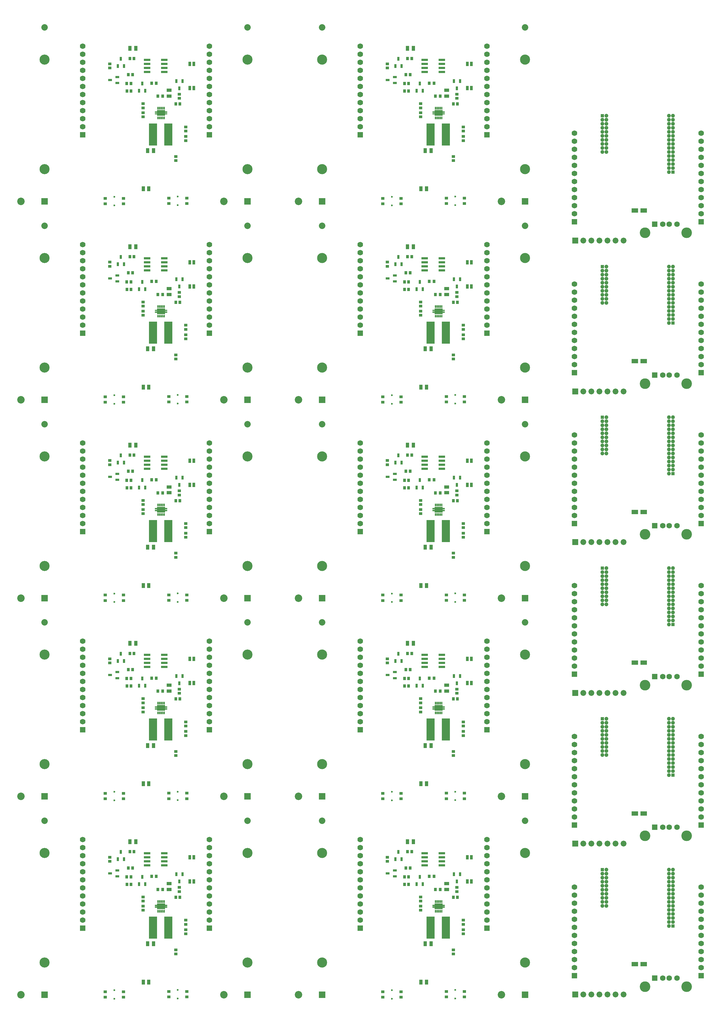
<source format=gbr>
G75*
G70*
%OFA0B0*%
%FSLAX25Y25*%
%IPPOS*%
%LPD*%
%AMOC8*
5,1,8,0,0,1.08239X$1,22.5*
%
%ADD10R,0.06930X0.06930*%
%ADD11R,0.04090X0.03700*%
%ADD13C,0.02520*%
%ADD14C,0.02360*%
%ADD16R,0.08430X0.02910*%
%ADD22R,0.03540X0.05550*%
%ADD24R,0.07240X0.07240*%
%ADD30C,0.06850*%
%ADD34R,0.08030X0.08030*%
%ADD40R,0.04490X0.03310*%
%ADD41C,0.07240*%
%ADD44C,0.06930*%
%ADD45C,0.08030*%
%ADD47R,0.06850X0.06850*%
%ADD48R,0.04290X0.06060*%
%ADD54C,0.09290*%
%ADD55R,0.08430X0.05280*%
%ADD58R,0.04690X0.03110*%
%ADD61C,0.12520*%
%ADD62R,0.03110X0.04690*%
%ADD63R,0.10390X0.27320*%
%ADD67R,0.03900X0.06060*%
%ADD69R,0.04490X0.04490*%
%ADD72C,0.04880*%
%ADD75R,0.06060X0.04290*%
%ADD76C,0.13150*%
%ADD78R,0.03700X0.04090*%
X0000000Y0000000D02*
G75*
G01*
%LPD*%
D34*
X0041340Y0010900D03*
D45*
X0041340Y0226890D03*
D61*
X0041340Y0050900D03*
X0041340Y0186890D03*
D54*
X0011930Y0010900D03*
D11*
X0208580Y0144040D03*
X0208580Y0138930D03*
D48*
X0176490Y0074040D03*
X0169200Y0074040D03*
D10*
X0088590Y0093540D03*
D44*
X0088590Y0103540D03*
X0088590Y0113540D03*
X0088590Y0123540D03*
X0088590Y0133540D03*
X0088590Y0143540D03*
X0088590Y0153540D03*
X0088590Y0163540D03*
X0088590Y0173540D03*
X0088590Y0183540D03*
X0088590Y0193540D03*
X0088590Y0203540D03*
D10*
X0246070Y0093540D03*
D44*
X0246070Y0103540D03*
X0246070Y0113540D03*
X0246070Y0123540D03*
X0246070Y0133540D03*
X0246070Y0143540D03*
X0246070Y0153540D03*
X0246070Y0163540D03*
X0246070Y0173540D03*
X0246070Y0183540D03*
X0246070Y0193540D03*
X0246070Y0203540D03*
D75*
X0195970Y0141650D03*
X0195970Y0148940D03*
D48*
X0147320Y0200920D03*
X0154610Y0200920D03*
D78*
X0187950Y0141540D03*
X0182050Y0141540D03*
X0174200Y0157790D03*
X0180110Y0157790D03*
D62*
X0132320Y0179050D03*
X0139800Y0179050D03*
X0136060Y0188100D03*
D67*
X0170770Y0026530D03*
X0163880Y0026530D03*
D62*
X0212470Y0160460D03*
X0204990Y0160460D03*
X0208730Y0151400D03*
G36*
X0188780Y0125630D02*
X0188710Y0125300D01*
X0188500Y0125030D01*
X0188250Y0124890D01*
X0187950Y0124840D01*
X0187660Y0124890D01*
X0187410Y0125030D01*
X0187200Y0125310D01*
X0187130Y0125630D01*
X0187130Y0128240D01*
X0188780Y0128240D01*
X0188780Y0125630D01*
G37*
G36*
X0186810Y0125630D02*
X0186740Y0125300D01*
X0186530Y0125030D01*
X0186280Y0124890D01*
X0185990Y0124840D01*
X0185690Y0124890D01*
X0185440Y0125030D01*
X0185230Y0125310D01*
X0185160Y0125630D01*
X0185160Y0128240D01*
X0186810Y0128240D01*
X0186810Y0125630D01*
G37*
G36*
X0184840Y0125630D02*
X0184770Y0125300D01*
X0184560Y0125030D01*
X0184310Y0124890D01*
X0184020Y0124840D01*
X0183720Y0124890D01*
X0183470Y0125030D01*
X0183260Y0125310D01*
X0183190Y0125630D01*
X0183190Y0128240D01*
X0184840Y0128240D01*
X0184840Y0125630D01*
G37*
G36*
X0182880Y0125630D02*
X0182800Y0125300D01*
X0182590Y0125030D01*
X0182350Y0124890D01*
X0182050Y0124840D01*
X0181750Y0124890D01*
X0181510Y0125030D01*
X0181290Y0125310D01*
X0181220Y0125630D01*
X0181220Y0128240D01*
X0182880Y0128240D01*
X0182880Y0125630D01*
G37*
G36*
X0181220Y0115640D02*
X0181290Y0115970D01*
X0181510Y0116250D01*
X0181750Y0116390D01*
X0182050Y0116440D01*
X0182350Y0116390D01*
X0182590Y0116250D01*
X0182810Y0115970D01*
X0182880Y0115640D01*
X0182880Y0113030D01*
X0181220Y0113030D01*
X0181220Y0115640D01*
G37*
G36*
X0183190Y0115640D02*
X0183260Y0115970D01*
X0183480Y0116250D01*
X0183720Y0116390D01*
X0184020Y0116440D01*
X0184320Y0116390D01*
X0184560Y0116250D01*
X0184770Y0115970D01*
X0184840Y0115640D01*
X0184840Y0113030D01*
X0183190Y0113030D01*
X0183190Y0115640D01*
G37*
G36*
X0185160Y0115640D02*
X0185230Y0115970D01*
X0185440Y0116250D01*
X0185690Y0116390D01*
X0185990Y0116440D01*
X0186280Y0116390D01*
X0186530Y0116250D01*
X0186740Y0115970D01*
X0186810Y0115640D01*
X0186810Y0113030D01*
X0185160Y0113030D01*
X0185160Y0115640D01*
G37*
G36*
X0187130Y0115640D02*
X0187200Y0115970D01*
X0187410Y0116250D01*
X0187660Y0116390D01*
X0187950Y0116440D01*
X0188250Y0116390D01*
X0188500Y0116250D01*
X0188710Y0115970D01*
X0188780Y0115640D01*
X0188780Y0113030D01*
X0187130Y0113030D01*
X0187130Y0115640D01*
G37*
G36*
X0189100Y0115640D02*
X0189170Y0115970D01*
X0189380Y0116250D01*
X0189630Y0116390D01*
X0189920Y0116440D01*
X0190220Y0116390D01*
X0190470Y0116250D01*
X0190680Y0115970D01*
X0190750Y0115640D01*
X0190750Y0113030D01*
X0189100Y0113030D01*
X0189100Y0115640D01*
G37*
D13*
X0183030Y0122700D03*
G36*
X0190990Y0124260D02*
X0180990Y0124260D01*
X0180990Y0122660D01*
X0178230Y0122660D01*
X0178230Y0121010D01*
X0180990Y0121010D01*
X0180990Y0120460D01*
X0178230Y0120460D01*
X0178230Y0118810D01*
X0180990Y0118810D01*
X0180990Y0117210D01*
X0190990Y0117210D01*
X0190990Y0118810D01*
X0193740Y0118810D01*
X0193740Y0120460D01*
X0190990Y0120460D01*
X0190990Y0121010D01*
X0193740Y0121010D01*
X0193740Y0122660D01*
X0190990Y0122660D01*
X0190990Y0124260D01*
G37*
G36*
X0190750Y0125630D02*
X0190680Y0125300D01*
X0190460Y0125030D01*
X0190220Y0124890D01*
X0189920Y0124840D01*
X0189620Y0124890D01*
X0189380Y0125030D01*
X0189170Y0125310D01*
X0189100Y0125630D01*
X0189100Y0128240D01*
X0190750Y0128240D01*
X0190750Y0125630D01*
G37*
D13*
X0183030Y0118770D03*
X0188940Y0122700D03*
X0185990Y0120740D03*
X0188940Y0118770D03*
D16*
X0189830Y0171550D03*
X0189830Y0176550D03*
X0189830Y0181550D03*
X0189830Y0186550D03*
X0168570Y0186550D03*
X0168570Y0181550D03*
X0168570Y0176550D03*
X0168570Y0171550D03*
D63*
X0176080Y0094040D03*
X0194830Y0094040D03*
D62*
X0158740Y0148280D03*
X0166220Y0148280D03*
X0162480Y0157330D03*
D11*
X0216710Y0091540D03*
X0216710Y0086420D03*
X0216710Y0103420D03*
X0216710Y0098300D03*
D78*
X0145390Y0168360D03*
X0150510Y0168360D03*
X0147320Y0188420D03*
X0152440Y0188420D03*
X0148630Y0147850D03*
X0143520Y0147850D03*
D11*
X0204210Y0066650D03*
X0204210Y0061540D03*
D78*
X0209260Y0131950D03*
X0204140Y0131950D03*
D40*
X0195480Y0014850D03*
X0195480Y0008150D03*
X0217920Y0014850D03*
X0217920Y0008150D03*
D14*
X0206700Y0016810D03*
X0206700Y0006180D03*
D40*
X0116740Y0014660D03*
X0116740Y0007960D03*
X0139180Y0014660D03*
X0139180Y0007960D03*
D14*
X0127960Y0016620D03*
X0127960Y0005990D03*
D58*
X0131700Y0157800D03*
X0131700Y0165280D03*
X0122640Y0161540D03*
D11*
X0122320Y0176550D03*
X0122320Y0181670D03*
D78*
X0148570Y0157170D03*
X0143460Y0157170D03*
D22*
X0221710Y0151540D03*
X0226710Y0151540D03*
X0226710Y0181540D03*
X0221710Y0181540D03*
D11*
X0163580Y0120920D03*
X0163580Y0115800D03*
X0163640Y0127110D03*
X0163640Y0132230D03*
D34*
X0293310Y0010900D03*
D45*
X0293310Y0226890D03*
D61*
X0293310Y0050900D03*
X0293310Y0186890D03*
D54*
X0263900Y0010900D03*
X0000000Y0246200D02*
G75*
G01*
%LPD*%
D34*
X0041340Y0257100D03*
D45*
X0041340Y0473090D03*
D61*
X0041340Y0297100D03*
X0041340Y0433090D03*
D54*
X0011930Y0257100D03*
D11*
X0208580Y0390240D03*
X0208580Y0385130D03*
D48*
X0176490Y0320240D03*
X0169200Y0320240D03*
D10*
X0088590Y0339740D03*
D44*
X0088590Y0349740D03*
X0088590Y0359740D03*
X0088590Y0369740D03*
X0088590Y0379740D03*
X0088590Y0389740D03*
X0088590Y0399740D03*
X0088590Y0409740D03*
X0088590Y0419740D03*
X0088590Y0429740D03*
X0088590Y0439740D03*
X0088590Y0449740D03*
D10*
X0246070Y0339740D03*
D44*
X0246070Y0349740D03*
X0246070Y0359740D03*
X0246070Y0369740D03*
X0246070Y0379740D03*
X0246070Y0389740D03*
X0246070Y0399740D03*
X0246070Y0409740D03*
X0246070Y0419740D03*
X0246070Y0429740D03*
X0246070Y0439740D03*
X0246070Y0449740D03*
D75*
X0195970Y0387850D03*
X0195970Y0395140D03*
D48*
X0147320Y0447120D03*
X0154610Y0447120D03*
D78*
X0187950Y0387740D03*
X0182050Y0387740D03*
X0174200Y0403990D03*
X0180110Y0403990D03*
D62*
X0132320Y0425250D03*
X0139800Y0425250D03*
X0136060Y0434300D03*
D67*
X0170770Y0272730D03*
X0163880Y0272730D03*
D62*
X0212470Y0406660D03*
X0204990Y0406660D03*
X0208730Y0397600D03*
G36*
X0188780Y0371830D02*
X0188710Y0371500D01*
X0188500Y0371230D01*
X0188250Y0371090D01*
X0187950Y0371040D01*
X0187660Y0371090D01*
X0187410Y0371230D01*
X0187200Y0371510D01*
X0187130Y0371830D01*
X0187130Y0374440D01*
X0188780Y0374440D01*
X0188780Y0371830D01*
G37*
G36*
X0186810Y0371830D02*
X0186740Y0371500D01*
X0186530Y0371230D01*
X0186280Y0371090D01*
X0185990Y0371040D01*
X0185690Y0371090D01*
X0185440Y0371230D01*
X0185230Y0371510D01*
X0185160Y0371830D01*
X0185160Y0374440D01*
X0186810Y0374440D01*
X0186810Y0371830D01*
G37*
G36*
X0184840Y0371830D02*
X0184770Y0371500D01*
X0184560Y0371230D01*
X0184310Y0371090D01*
X0184020Y0371040D01*
X0183720Y0371090D01*
X0183470Y0371230D01*
X0183260Y0371510D01*
X0183190Y0371830D01*
X0183190Y0374440D01*
X0184840Y0374440D01*
X0184840Y0371830D01*
G37*
G36*
X0182880Y0371830D02*
X0182800Y0371500D01*
X0182590Y0371230D01*
X0182350Y0371090D01*
X0182050Y0371040D01*
X0181750Y0371090D01*
X0181510Y0371230D01*
X0181290Y0371510D01*
X0181220Y0371830D01*
X0181220Y0374440D01*
X0182880Y0374440D01*
X0182880Y0371830D01*
G37*
G36*
X0181220Y0361840D02*
X0181290Y0362170D01*
X0181510Y0362450D01*
X0181750Y0362590D01*
X0182050Y0362640D01*
X0182350Y0362590D01*
X0182590Y0362450D01*
X0182810Y0362170D01*
X0182880Y0361840D01*
X0182880Y0359230D01*
X0181220Y0359230D01*
X0181220Y0361840D01*
G37*
G36*
X0183190Y0361840D02*
X0183260Y0362170D01*
X0183480Y0362450D01*
X0183720Y0362590D01*
X0184020Y0362640D01*
X0184320Y0362590D01*
X0184560Y0362450D01*
X0184770Y0362170D01*
X0184840Y0361840D01*
X0184840Y0359230D01*
X0183190Y0359230D01*
X0183190Y0361840D01*
G37*
G36*
X0185160Y0361840D02*
X0185230Y0362170D01*
X0185440Y0362450D01*
X0185690Y0362590D01*
X0185990Y0362640D01*
X0186280Y0362590D01*
X0186530Y0362450D01*
X0186740Y0362170D01*
X0186810Y0361840D01*
X0186810Y0359230D01*
X0185160Y0359230D01*
X0185160Y0361840D01*
G37*
G36*
X0187130Y0361840D02*
X0187200Y0362170D01*
X0187410Y0362450D01*
X0187660Y0362590D01*
X0187950Y0362640D01*
X0188250Y0362590D01*
X0188500Y0362450D01*
X0188710Y0362170D01*
X0188780Y0361840D01*
X0188780Y0359230D01*
X0187130Y0359230D01*
X0187130Y0361840D01*
G37*
G36*
X0189100Y0361840D02*
X0189170Y0362170D01*
X0189380Y0362450D01*
X0189630Y0362590D01*
X0189920Y0362640D01*
X0190220Y0362590D01*
X0190470Y0362450D01*
X0190680Y0362170D01*
X0190750Y0361840D01*
X0190750Y0359230D01*
X0189100Y0359230D01*
X0189100Y0361840D01*
G37*
D13*
X0183030Y0368900D03*
G36*
X0190990Y0370460D02*
X0180990Y0370460D01*
X0180990Y0368860D01*
X0178230Y0368860D01*
X0178230Y0367210D01*
X0180990Y0367210D01*
X0180990Y0366660D01*
X0178230Y0366660D01*
X0178230Y0365010D01*
X0180990Y0365010D01*
X0180990Y0363410D01*
X0190990Y0363410D01*
X0190990Y0365010D01*
X0193740Y0365010D01*
X0193740Y0366660D01*
X0190990Y0366660D01*
X0190990Y0367210D01*
X0193740Y0367210D01*
X0193740Y0368860D01*
X0190990Y0368860D01*
X0190990Y0370460D01*
G37*
G36*
X0190750Y0371830D02*
X0190680Y0371500D01*
X0190460Y0371230D01*
X0190220Y0371090D01*
X0189920Y0371040D01*
X0189620Y0371090D01*
X0189380Y0371230D01*
X0189170Y0371510D01*
X0189100Y0371830D01*
X0189100Y0374440D01*
X0190750Y0374440D01*
X0190750Y0371830D01*
G37*
D13*
X0183030Y0364970D03*
X0188940Y0368900D03*
X0185990Y0366940D03*
X0188940Y0364970D03*
D16*
X0189830Y0417750D03*
X0189830Y0422750D03*
X0189830Y0427750D03*
X0189830Y0432750D03*
X0168570Y0432750D03*
X0168570Y0427750D03*
X0168570Y0422750D03*
X0168570Y0417750D03*
D63*
X0176080Y0340240D03*
X0194830Y0340240D03*
D62*
X0158740Y0394480D03*
X0166220Y0394480D03*
X0162480Y0403530D03*
D11*
X0216710Y0337740D03*
X0216710Y0332620D03*
X0216710Y0349620D03*
X0216710Y0344500D03*
D78*
X0145390Y0414560D03*
X0150510Y0414560D03*
X0147320Y0434620D03*
X0152440Y0434620D03*
X0148630Y0394050D03*
X0143520Y0394050D03*
D11*
X0204210Y0312850D03*
X0204210Y0307740D03*
D78*
X0209260Y0378150D03*
X0204140Y0378150D03*
D40*
X0195480Y0261050D03*
X0195480Y0254350D03*
X0217920Y0261050D03*
X0217920Y0254350D03*
D14*
X0206700Y0263010D03*
X0206700Y0252380D03*
D40*
X0116740Y0260860D03*
X0116740Y0254160D03*
X0139180Y0260860D03*
X0139180Y0254160D03*
D14*
X0127960Y0262820D03*
X0127960Y0252190D03*
D58*
X0131700Y0404000D03*
X0131700Y0411480D03*
X0122640Y0407740D03*
D11*
X0122320Y0422750D03*
X0122320Y0427870D03*
D78*
X0148570Y0403370D03*
X0143460Y0403370D03*
D22*
X0221710Y0397740D03*
X0226710Y0397740D03*
X0226710Y0427740D03*
X0221710Y0427740D03*
D11*
X0163580Y0367120D03*
X0163580Y0362000D03*
X0163640Y0373310D03*
X0163640Y0378430D03*
D34*
X0293310Y0257100D03*
D45*
X0293310Y0473090D03*
D61*
X0293310Y0297100D03*
X0293310Y0433090D03*
D54*
X0263900Y0257100D03*
X0344700Y0000000D02*
G75*
G01*
%LPD*%
D34*
X0386040Y0010900D03*
D45*
X0386040Y0226890D03*
D61*
X0386040Y0050900D03*
X0386040Y0186890D03*
D54*
X0356630Y0010900D03*
D11*
X0553280Y0144040D03*
X0553280Y0138930D03*
D48*
X0521190Y0074040D03*
X0513900Y0074040D03*
D10*
X0433290Y0093540D03*
D44*
X0433290Y0103540D03*
X0433290Y0113540D03*
X0433290Y0123540D03*
X0433290Y0133540D03*
X0433290Y0143540D03*
X0433290Y0153540D03*
X0433290Y0163540D03*
X0433290Y0173540D03*
X0433290Y0183540D03*
X0433290Y0193540D03*
X0433290Y0203540D03*
D10*
X0590770Y0093540D03*
D44*
X0590770Y0103540D03*
X0590770Y0113540D03*
X0590770Y0123540D03*
X0590770Y0133540D03*
X0590770Y0143540D03*
X0590770Y0153540D03*
X0590770Y0163540D03*
X0590770Y0173540D03*
X0590770Y0183540D03*
X0590770Y0193540D03*
X0590770Y0203540D03*
D75*
X0540670Y0141650D03*
X0540670Y0148940D03*
D48*
X0492020Y0200920D03*
X0499310Y0200920D03*
D78*
X0532650Y0141540D03*
X0526750Y0141540D03*
X0518900Y0157790D03*
X0524810Y0157790D03*
D62*
X0477020Y0179050D03*
X0484500Y0179050D03*
X0480760Y0188100D03*
D67*
X0515470Y0026530D03*
X0508580Y0026530D03*
D62*
X0557170Y0160460D03*
X0549690Y0160460D03*
X0553430Y0151400D03*
G36*
X0533480Y0125630D02*
X0533410Y0125300D01*
X0533200Y0125030D01*
X0532950Y0124890D01*
X0532650Y0124840D01*
X0532360Y0124890D01*
X0532110Y0125030D01*
X0531900Y0125310D01*
X0531830Y0125630D01*
X0531830Y0128240D01*
X0533480Y0128240D01*
X0533480Y0125630D01*
G37*
G36*
X0531510Y0125630D02*
X0531440Y0125300D01*
X0531230Y0125030D01*
X0530980Y0124890D01*
X0530690Y0124840D01*
X0530390Y0124890D01*
X0530140Y0125030D01*
X0529930Y0125310D01*
X0529860Y0125630D01*
X0529860Y0128240D01*
X0531510Y0128240D01*
X0531510Y0125630D01*
G37*
G36*
X0529540Y0125630D02*
X0529470Y0125300D01*
X0529260Y0125030D01*
X0529010Y0124890D01*
X0528720Y0124840D01*
X0528420Y0124890D01*
X0528170Y0125030D01*
X0527960Y0125310D01*
X0527890Y0125630D01*
X0527890Y0128240D01*
X0529540Y0128240D01*
X0529540Y0125630D01*
G37*
G36*
X0527580Y0125630D02*
X0527500Y0125300D01*
X0527290Y0125030D01*
X0527050Y0124890D01*
X0526750Y0124840D01*
X0526450Y0124890D01*
X0526210Y0125030D01*
X0525990Y0125310D01*
X0525920Y0125630D01*
X0525920Y0128240D01*
X0527580Y0128240D01*
X0527580Y0125630D01*
G37*
G36*
X0525920Y0115640D02*
X0525990Y0115970D01*
X0526210Y0116250D01*
X0526450Y0116390D01*
X0526750Y0116440D01*
X0527050Y0116390D01*
X0527290Y0116250D01*
X0527510Y0115970D01*
X0527580Y0115640D01*
X0527580Y0113030D01*
X0525920Y0113030D01*
X0525920Y0115640D01*
G37*
G36*
X0527890Y0115640D02*
X0527960Y0115970D01*
X0528180Y0116250D01*
X0528420Y0116390D01*
X0528720Y0116440D01*
X0529020Y0116390D01*
X0529260Y0116250D01*
X0529470Y0115970D01*
X0529540Y0115640D01*
X0529540Y0113030D01*
X0527890Y0113030D01*
X0527890Y0115640D01*
G37*
G36*
X0529860Y0115640D02*
X0529930Y0115970D01*
X0530140Y0116250D01*
X0530390Y0116390D01*
X0530690Y0116440D01*
X0530980Y0116390D01*
X0531230Y0116250D01*
X0531440Y0115970D01*
X0531510Y0115640D01*
X0531510Y0113030D01*
X0529860Y0113030D01*
X0529860Y0115640D01*
G37*
G36*
X0531830Y0115640D02*
X0531900Y0115970D01*
X0532110Y0116250D01*
X0532360Y0116390D01*
X0532650Y0116440D01*
X0532950Y0116390D01*
X0533200Y0116250D01*
X0533410Y0115970D01*
X0533480Y0115640D01*
X0533480Y0113030D01*
X0531830Y0113030D01*
X0531830Y0115640D01*
G37*
G36*
X0533800Y0115640D02*
X0533870Y0115970D01*
X0534080Y0116250D01*
X0534330Y0116390D01*
X0534620Y0116440D01*
X0534920Y0116390D01*
X0535170Y0116250D01*
X0535380Y0115970D01*
X0535450Y0115640D01*
X0535450Y0113030D01*
X0533800Y0113030D01*
X0533800Y0115640D01*
G37*
D13*
X0527730Y0122700D03*
G36*
X0535690Y0124260D02*
X0525690Y0124260D01*
X0525690Y0122660D01*
X0522930Y0122660D01*
X0522930Y0121010D01*
X0525690Y0121010D01*
X0525690Y0120460D01*
X0522930Y0120460D01*
X0522930Y0118810D01*
X0525690Y0118810D01*
X0525690Y0117210D01*
X0535690Y0117210D01*
X0535690Y0118810D01*
X0538440Y0118810D01*
X0538440Y0120460D01*
X0535690Y0120460D01*
X0535690Y0121010D01*
X0538440Y0121010D01*
X0538440Y0122660D01*
X0535690Y0122660D01*
X0535690Y0124260D01*
G37*
G36*
X0535450Y0125630D02*
X0535380Y0125300D01*
X0535160Y0125030D01*
X0534920Y0124890D01*
X0534620Y0124840D01*
X0534320Y0124890D01*
X0534080Y0125030D01*
X0533870Y0125310D01*
X0533800Y0125630D01*
X0533800Y0128240D01*
X0535450Y0128240D01*
X0535450Y0125630D01*
G37*
D13*
X0527730Y0118770D03*
X0533640Y0122700D03*
X0530690Y0120740D03*
X0533640Y0118770D03*
D16*
X0534530Y0171550D03*
X0534530Y0176550D03*
X0534530Y0181550D03*
X0534530Y0186550D03*
X0513270Y0186550D03*
X0513270Y0181550D03*
X0513270Y0176550D03*
X0513270Y0171550D03*
D63*
X0520780Y0094040D03*
X0539530Y0094040D03*
D62*
X0503440Y0148280D03*
X0510920Y0148280D03*
X0507180Y0157330D03*
D11*
X0561410Y0091540D03*
X0561410Y0086420D03*
X0561410Y0103420D03*
X0561410Y0098300D03*
D78*
X0490090Y0168360D03*
X0495210Y0168360D03*
X0492020Y0188420D03*
X0497140Y0188420D03*
X0493330Y0147850D03*
X0488220Y0147850D03*
D11*
X0548910Y0066650D03*
X0548910Y0061540D03*
D78*
X0553960Y0131950D03*
X0548840Y0131950D03*
D40*
X0540180Y0014850D03*
X0540180Y0008150D03*
X0562620Y0014850D03*
X0562620Y0008150D03*
D14*
X0551400Y0016810D03*
X0551400Y0006180D03*
D40*
X0461440Y0014660D03*
X0461440Y0007960D03*
X0483880Y0014660D03*
X0483880Y0007960D03*
D14*
X0472660Y0016620D03*
X0472660Y0005990D03*
D58*
X0476400Y0157800D03*
X0476400Y0165280D03*
X0467340Y0161540D03*
D11*
X0467020Y0176550D03*
X0467020Y0181670D03*
D78*
X0493270Y0157170D03*
X0488160Y0157170D03*
D22*
X0566410Y0151540D03*
X0571410Y0151540D03*
X0571410Y0181540D03*
X0566410Y0181540D03*
D11*
X0508280Y0120920D03*
X0508280Y0115800D03*
X0508340Y0127110D03*
X0508340Y0132230D03*
D34*
X0638010Y0010900D03*
D45*
X0638010Y0226890D03*
D61*
X0638010Y0050900D03*
X0638010Y0186890D03*
D54*
X0608600Y0010900D03*
X0689300Y0000000D02*
G75*
G01*
%LPD*%
D55*
X0785380Y0048740D03*
X0774360Y0048740D03*
D10*
X0699140Y0034490D03*
D44*
X0699140Y0044490D03*
X0699140Y0054490D03*
X0699140Y0064490D03*
X0699140Y0074490D03*
X0699140Y0084490D03*
X0699140Y0094490D03*
X0699140Y0104490D03*
X0699140Y0114490D03*
X0699140Y0124490D03*
X0699140Y0134490D03*
X0699140Y0144490D03*
D10*
X0856620Y0034490D03*
D44*
X0856620Y0044490D03*
X0856620Y0054490D03*
X0856620Y0064490D03*
X0856620Y0074490D03*
X0856620Y0084490D03*
X0856620Y0094490D03*
X0856620Y0104490D03*
X0856620Y0114490D03*
X0856620Y0124490D03*
X0856620Y0134490D03*
X0856620Y0144490D03*
D47*
X0799100Y0031620D03*
D30*
X0808950Y0031620D03*
X0816820Y0031620D03*
X0826660Y0031620D03*
D76*
X0787020Y0020990D03*
X0838750Y0020990D03*
D24*
X0700380Y0011240D03*
D41*
X0710380Y0011240D03*
X0720380Y0011240D03*
X0730380Y0011240D03*
X0740380Y0011240D03*
X0750380Y0011240D03*
X0760380Y0011240D03*
D69*
X0821780Y0096240D03*
D72*
X0821780Y0101240D03*
X0821780Y0106240D03*
X0821780Y0111240D03*
X0821780Y0116240D03*
X0821780Y0121240D03*
X0821780Y0126240D03*
X0821780Y0131240D03*
X0821780Y0136240D03*
X0821780Y0141240D03*
X0821780Y0146240D03*
X0821780Y0151240D03*
X0821780Y0156240D03*
X0821780Y0161240D03*
X0821780Y0166240D03*
X0816780Y0096240D03*
X0816780Y0101240D03*
X0816780Y0106240D03*
X0816780Y0111240D03*
X0816780Y0116240D03*
X0816780Y0121240D03*
X0816780Y0126240D03*
X0816780Y0131240D03*
X0816780Y0136240D03*
X0816780Y0141240D03*
X0816780Y0146240D03*
X0816780Y0151240D03*
X0816780Y0156240D03*
X0816780Y0161240D03*
X0816780Y0166240D03*
X0738990Y0121320D03*
X0738990Y0126320D03*
X0738990Y0131320D03*
X0738990Y0136320D03*
X0738990Y0141320D03*
X0738990Y0146320D03*
X0738990Y0151320D03*
X0738990Y0156320D03*
X0738990Y0161320D03*
X0738990Y0166320D03*
X0733990Y0121320D03*
X0733990Y0126320D03*
X0733990Y0131320D03*
X0733990Y0136320D03*
X0733990Y0141320D03*
X0733990Y0146320D03*
X0733990Y0151320D03*
X0733990Y0156320D03*
X0733990Y0161320D03*
D69*
X0733990Y0166320D03*
X0000000Y0492400D02*
G75*
G01*
%LPD*%
D34*
X0041340Y0503300D03*
D45*
X0041340Y0719290D03*
D61*
X0041340Y0543300D03*
X0041340Y0679290D03*
D54*
X0011930Y0503300D03*
D11*
X0208580Y0636440D03*
X0208580Y0631330D03*
D48*
X0176490Y0566440D03*
X0169200Y0566440D03*
D10*
X0088590Y0585940D03*
D44*
X0088590Y0595940D03*
X0088590Y0605940D03*
X0088590Y0615940D03*
X0088590Y0625940D03*
X0088590Y0635940D03*
X0088590Y0645940D03*
X0088590Y0655940D03*
X0088590Y0665940D03*
X0088590Y0675940D03*
X0088590Y0685940D03*
X0088590Y0695940D03*
D10*
X0246070Y0585940D03*
D44*
X0246070Y0595940D03*
X0246070Y0605940D03*
X0246070Y0615940D03*
X0246070Y0625940D03*
X0246070Y0635940D03*
X0246070Y0645940D03*
X0246070Y0655940D03*
X0246070Y0665940D03*
X0246070Y0675940D03*
X0246070Y0685940D03*
X0246070Y0695940D03*
D75*
X0195970Y0634050D03*
X0195970Y0641340D03*
D48*
X0147320Y0693320D03*
X0154610Y0693320D03*
D78*
X0187950Y0633940D03*
X0182050Y0633940D03*
X0174200Y0650190D03*
X0180110Y0650190D03*
D62*
X0132320Y0671450D03*
X0139800Y0671450D03*
X0136060Y0680500D03*
D67*
X0170770Y0518930D03*
X0163880Y0518930D03*
D62*
X0212470Y0652860D03*
X0204990Y0652860D03*
X0208730Y0643800D03*
G36*
X0188780Y0618030D02*
X0188710Y0617700D01*
X0188500Y0617430D01*
X0188250Y0617290D01*
X0187950Y0617240D01*
X0187660Y0617290D01*
X0187410Y0617430D01*
X0187200Y0617710D01*
X0187130Y0618030D01*
X0187130Y0620640D01*
X0188780Y0620640D01*
X0188780Y0618030D01*
G37*
G36*
X0186810Y0618030D02*
X0186740Y0617700D01*
X0186530Y0617430D01*
X0186280Y0617290D01*
X0185990Y0617240D01*
X0185690Y0617290D01*
X0185440Y0617430D01*
X0185230Y0617710D01*
X0185160Y0618030D01*
X0185160Y0620640D01*
X0186810Y0620640D01*
X0186810Y0618030D01*
G37*
G36*
X0184840Y0618030D02*
X0184770Y0617700D01*
X0184560Y0617430D01*
X0184310Y0617290D01*
X0184020Y0617240D01*
X0183720Y0617290D01*
X0183470Y0617430D01*
X0183260Y0617710D01*
X0183190Y0618030D01*
X0183190Y0620640D01*
X0184840Y0620640D01*
X0184840Y0618030D01*
G37*
G36*
X0182880Y0618030D02*
X0182800Y0617700D01*
X0182590Y0617430D01*
X0182350Y0617290D01*
X0182050Y0617240D01*
X0181750Y0617290D01*
X0181510Y0617430D01*
X0181290Y0617710D01*
X0181220Y0618030D01*
X0181220Y0620640D01*
X0182880Y0620640D01*
X0182880Y0618030D01*
G37*
G36*
X0181220Y0608040D02*
X0181290Y0608370D01*
X0181510Y0608650D01*
X0181750Y0608790D01*
X0182050Y0608840D01*
X0182350Y0608790D01*
X0182590Y0608650D01*
X0182810Y0608370D01*
X0182880Y0608040D01*
X0182880Y0605430D01*
X0181220Y0605430D01*
X0181220Y0608040D01*
G37*
G36*
X0183190Y0608040D02*
X0183260Y0608370D01*
X0183480Y0608650D01*
X0183720Y0608790D01*
X0184020Y0608840D01*
X0184320Y0608790D01*
X0184560Y0608650D01*
X0184770Y0608370D01*
X0184840Y0608040D01*
X0184840Y0605430D01*
X0183190Y0605430D01*
X0183190Y0608040D01*
G37*
G36*
X0185160Y0608040D02*
X0185230Y0608370D01*
X0185440Y0608650D01*
X0185690Y0608790D01*
X0185990Y0608840D01*
X0186280Y0608790D01*
X0186530Y0608650D01*
X0186740Y0608370D01*
X0186810Y0608040D01*
X0186810Y0605430D01*
X0185160Y0605430D01*
X0185160Y0608040D01*
G37*
G36*
X0187130Y0608040D02*
X0187200Y0608370D01*
X0187410Y0608650D01*
X0187660Y0608790D01*
X0187950Y0608840D01*
X0188250Y0608790D01*
X0188500Y0608650D01*
X0188710Y0608370D01*
X0188780Y0608040D01*
X0188780Y0605430D01*
X0187130Y0605430D01*
X0187130Y0608040D01*
G37*
G36*
X0189100Y0608040D02*
X0189170Y0608370D01*
X0189380Y0608650D01*
X0189630Y0608790D01*
X0189920Y0608840D01*
X0190220Y0608790D01*
X0190470Y0608650D01*
X0190680Y0608370D01*
X0190750Y0608040D01*
X0190750Y0605430D01*
X0189100Y0605430D01*
X0189100Y0608040D01*
G37*
D13*
X0183030Y0615100D03*
G36*
X0190990Y0616660D02*
X0180990Y0616660D01*
X0180990Y0615060D01*
X0178230Y0615060D01*
X0178230Y0613410D01*
X0180990Y0613410D01*
X0180990Y0612860D01*
X0178230Y0612860D01*
X0178230Y0611210D01*
X0180990Y0611210D01*
X0180990Y0609610D01*
X0190990Y0609610D01*
X0190990Y0611210D01*
X0193740Y0611210D01*
X0193740Y0612860D01*
X0190990Y0612860D01*
X0190990Y0613410D01*
X0193740Y0613410D01*
X0193740Y0615060D01*
X0190990Y0615060D01*
X0190990Y0616660D01*
G37*
G36*
X0190750Y0618030D02*
X0190680Y0617700D01*
X0190460Y0617430D01*
X0190220Y0617290D01*
X0189920Y0617240D01*
X0189620Y0617290D01*
X0189380Y0617430D01*
X0189170Y0617710D01*
X0189100Y0618030D01*
X0189100Y0620640D01*
X0190750Y0620640D01*
X0190750Y0618030D01*
G37*
D13*
X0183030Y0611170D03*
X0188940Y0615100D03*
X0185990Y0613140D03*
X0188940Y0611170D03*
D16*
X0189830Y0663950D03*
X0189830Y0668950D03*
X0189830Y0673950D03*
X0189830Y0678950D03*
X0168570Y0678950D03*
X0168570Y0673950D03*
X0168570Y0668950D03*
X0168570Y0663950D03*
D63*
X0176080Y0586440D03*
X0194830Y0586440D03*
D62*
X0158740Y0640680D03*
X0166220Y0640680D03*
X0162480Y0649730D03*
D11*
X0216710Y0583940D03*
X0216710Y0578820D03*
X0216710Y0595820D03*
X0216710Y0590700D03*
D78*
X0145390Y0660760D03*
X0150510Y0660760D03*
X0147320Y0680820D03*
X0152440Y0680820D03*
X0148630Y0640250D03*
X0143520Y0640250D03*
D11*
X0204210Y0559050D03*
X0204210Y0553940D03*
D78*
X0209260Y0624350D03*
X0204140Y0624350D03*
D40*
X0195480Y0507250D03*
X0195480Y0500550D03*
X0217920Y0507250D03*
X0217920Y0500550D03*
D14*
X0206700Y0509210D03*
X0206700Y0498580D03*
D40*
X0116740Y0507060D03*
X0116740Y0500360D03*
X0139180Y0507060D03*
X0139180Y0500360D03*
D14*
X0127960Y0509020D03*
X0127960Y0498390D03*
D58*
X0131700Y0650200D03*
X0131700Y0657680D03*
X0122640Y0653940D03*
D11*
X0122320Y0668950D03*
X0122320Y0674070D03*
D78*
X0148570Y0649570D03*
X0143460Y0649570D03*
D22*
X0221710Y0643940D03*
X0226710Y0643940D03*
X0226710Y0673940D03*
X0221710Y0673940D03*
D11*
X0163580Y0613320D03*
X0163580Y0608200D03*
X0163640Y0619510D03*
X0163640Y0624630D03*
D34*
X0293310Y0503300D03*
D45*
X0293310Y0719290D03*
D61*
X0293310Y0543300D03*
X0293310Y0679290D03*
D54*
X0263900Y0503300D03*
X0344700Y0246200D02*
G75*
G01*
%LPD*%
D34*
X0386040Y0257100D03*
D45*
X0386040Y0473090D03*
D61*
X0386040Y0297100D03*
X0386040Y0433090D03*
D54*
X0356630Y0257100D03*
D11*
X0553280Y0390240D03*
X0553280Y0385130D03*
D48*
X0521190Y0320240D03*
X0513900Y0320240D03*
D10*
X0433290Y0339740D03*
D44*
X0433290Y0349740D03*
X0433290Y0359740D03*
X0433290Y0369740D03*
X0433290Y0379740D03*
X0433290Y0389740D03*
X0433290Y0399740D03*
X0433290Y0409740D03*
X0433290Y0419740D03*
X0433290Y0429740D03*
X0433290Y0439740D03*
X0433290Y0449740D03*
D10*
X0590770Y0339740D03*
D44*
X0590770Y0349740D03*
X0590770Y0359740D03*
X0590770Y0369740D03*
X0590770Y0379740D03*
X0590770Y0389740D03*
X0590770Y0399740D03*
X0590770Y0409740D03*
X0590770Y0419740D03*
X0590770Y0429740D03*
X0590770Y0439740D03*
X0590770Y0449740D03*
D75*
X0540670Y0387850D03*
X0540670Y0395140D03*
D48*
X0492020Y0447120D03*
X0499310Y0447120D03*
D78*
X0532650Y0387740D03*
X0526750Y0387740D03*
X0518900Y0403990D03*
X0524810Y0403990D03*
D62*
X0477020Y0425250D03*
X0484500Y0425250D03*
X0480760Y0434300D03*
D67*
X0515470Y0272730D03*
X0508580Y0272730D03*
D62*
X0557170Y0406660D03*
X0549690Y0406660D03*
X0553430Y0397600D03*
G36*
X0533480Y0371830D02*
X0533410Y0371500D01*
X0533200Y0371230D01*
X0532950Y0371090D01*
X0532650Y0371040D01*
X0532360Y0371090D01*
X0532110Y0371230D01*
X0531900Y0371510D01*
X0531830Y0371830D01*
X0531830Y0374440D01*
X0533480Y0374440D01*
X0533480Y0371830D01*
G37*
G36*
X0531510Y0371830D02*
X0531440Y0371500D01*
X0531230Y0371230D01*
X0530980Y0371090D01*
X0530690Y0371040D01*
X0530390Y0371090D01*
X0530140Y0371230D01*
X0529930Y0371510D01*
X0529860Y0371830D01*
X0529860Y0374440D01*
X0531510Y0374440D01*
X0531510Y0371830D01*
G37*
G36*
X0529540Y0371830D02*
X0529470Y0371500D01*
X0529260Y0371230D01*
X0529010Y0371090D01*
X0528720Y0371040D01*
X0528420Y0371090D01*
X0528170Y0371230D01*
X0527960Y0371510D01*
X0527890Y0371830D01*
X0527890Y0374440D01*
X0529540Y0374440D01*
X0529540Y0371830D01*
G37*
G36*
X0527580Y0371830D02*
X0527500Y0371500D01*
X0527290Y0371230D01*
X0527050Y0371090D01*
X0526750Y0371040D01*
X0526450Y0371090D01*
X0526210Y0371230D01*
X0525990Y0371510D01*
X0525920Y0371830D01*
X0525920Y0374440D01*
X0527580Y0374440D01*
X0527580Y0371830D01*
G37*
G36*
X0525920Y0361840D02*
X0525990Y0362170D01*
X0526210Y0362450D01*
X0526450Y0362590D01*
X0526750Y0362640D01*
X0527050Y0362590D01*
X0527290Y0362450D01*
X0527510Y0362170D01*
X0527580Y0361840D01*
X0527580Y0359230D01*
X0525920Y0359230D01*
X0525920Y0361840D01*
G37*
G36*
X0527890Y0361840D02*
X0527960Y0362170D01*
X0528180Y0362450D01*
X0528420Y0362590D01*
X0528720Y0362640D01*
X0529020Y0362590D01*
X0529260Y0362450D01*
X0529470Y0362170D01*
X0529540Y0361840D01*
X0529540Y0359230D01*
X0527890Y0359230D01*
X0527890Y0361840D01*
G37*
G36*
X0529860Y0361840D02*
X0529930Y0362170D01*
X0530140Y0362450D01*
X0530390Y0362590D01*
X0530690Y0362640D01*
X0530980Y0362590D01*
X0531230Y0362450D01*
X0531440Y0362170D01*
X0531510Y0361840D01*
X0531510Y0359230D01*
X0529860Y0359230D01*
X0529860Y0361840D01*
G37*
G36*
X0531830Y0361840D02*
X0531900Y0362170D01*
X0532110Y0362450D01*
X0532360Y0362590D01*
X0532650Y0362640D01*
X0532950Y0362590D01*
X0533200Y0362450D01*
X0533410Y0362170D01*
X0533480Y0361840D01*
X0533480Y0359230D01*
X0531830Y0359230D01*
X0531830Y0361840D01*
G37*
G36*
X0533800Y0361840D02*
X0533870Y0362170D01*
X0534080Y0362450D01*
X0534330Y0362590D01*
X0534620Y0362640D01*
X0534920Y0362590D01*
X0535170Y0362450D01*
X0535380Y0362170D01*
X0535450Y0361840D01*
X0535450Y0359230D01*
X0533800Y0359230D01*
X0533800Y0361840D01*
G37*
D13*
X0527730Y0368900D03*
G36*
X0535690Y0370460D02*
X0525690Y0370460D01*
X0525690Y0368860D01*
X0522930Y0368860D01*
X0522930Y0367210D01*
X0525690Y0367210D01*
X0525690Y0366660D01*
X0522930Y0366660D01*
X0522930Y0365010D01*
X0525690Y0365010D01*
X0525690Y0363410D01*
X0535690Y0363410D01*
X0535690Y0365010D01*
X0538440Y0365010D01*
X0538440Y0366660D01*
X0535690Y0366660D01*
X0535690Y0367210D01*
X0538440Y0367210D01*
X0538440Y0368860D01*
X0535690Y0368860D01*
X0535690Y0370460D01*
G37*
G36*
X0535450Y0371830D02*
X0535380Y0371500D01*
X0535160Y0371230D01*
X0534920Y0371090D01*
X0534620Y0371040D01*
X0534320Y0371090D01*
X0534080Y0371230D01*
X0533870Y0371510D01*
X0533800Y0371830D01*
X0533800Y0374440D01*
X0535450Y0374440D01*
X0535450Y0371830D01*
G37*
D13*
X0527730Y0364970D03*
X0533640Y0368900D03*
X0530690Y0366940D03*
X0533640Y0364970D03*
D16*
X0534530Y0417750D03*
X0534530Y0422750D03*
X0534530Y0427750D03*
X0534530Y0432750D03*
X0513270Y0432750D03*
X0513270Y0427750D03*
X0513270Y0422750D03*
X0513270Y0417750D03*
D63*
X0520780Y0340240D03*
X0539530Y0340240D03*
D62*
X0503440Y0394480D03*
X0510920Y0394480D03*
X0507180Y0403530D03*
D11*
X0561410Y0337740D03*
X0561410Y0332620D03*
X0561410Y0349620D03*
X0561410Y0344500D03*
D78*
X0490090Y0414560D03*
X0495210Y0414560D03*
X0492020Y0434620D03*
X0497140Y0434620D03*
X0493330Y0394050D03*
X0488220Y0394050D03*
D11*
X0548910Y0312850D03*
X0548910Y0307740D03*
D78*
X0553960Y0378150D03*
X0548840Y0378150D03*
D40*
X0540180Y0261050D03*
X0540180Y0254350D03*
X0562620Y0261050D03*
X0562620Y0254350D03*
D14*
X0551400Y0263010D03*
X0551400Y0252380D03*
D40*
X0461440Y0260860D03*
X0461440Y0254160D03*
X0483880Y0260860D03*
X0483880Y0254160D03*
D14*
X0472660Y0262820D03*
X0472660Y0252190D03*
D58*
X0476400Y0404000D03*
X0476400Y0411480D03*
X0467340Y0407740D03*
D11*
X0467020Y0422750D03*
X0467020Y0427870D03*
D78*
X0493270Y0403370D03*
X0488160Y0403370D03*
D22*
X0566410Y0397740D03*
X0571410Y0397740D03*
X0571410Y0427740D03*
X0566410Y0427740D03*
D11*
X0508280Y0367120D03*
X0508280Y0362000D03*
X0508340Y0373310D03*
X0508340Y0378430D03*
D34*
X0638010Y0257100D03*
D45*
X0638010Y0473090D03*
D61*
X0638010Y0297100D03*
X0638010Y0433090D03*
D54*
X0608600Y0257100D03*
X0000000Y0738700D02*
G75*
G01*
%LPD*%
D34*
X0041340Y0749600D03*
D45*
X0041340Y0965590D03*
D61*
X0041340Y0789600D03*
X0041340Y0925590D03*
D54*
X0011930Y0749600D03*
D11*
X0208580Y0882740D03*
X0208580Y0877630D03*
D48*
X0176490Y0812740D03*
X0169200Y0812740D03*
D10*
X0088590Y0832240D03*
D44*
X0088590Y0842240D03*
X0088590Y0852240D03*
X0088590Y0862240D03*
X0088590Y0872240D03*
X0088590Y0882240D03*
X0088590Y0892240D03*
X0088590Y0902240D03*
X0088590Y0912240D03*
X0088590Y0922240D03*
X0088590Y0932240D03*
X0088590Y0942240D03*
D10*
X0246070Y0832240D03*
D44*
X0246070Y0842240D03*
X0246070Y0852240D03*
X0246070Y0862240D03*
X0246070Y0872240D03*
X0246070Y0882240D03*
X0246070Y0892240D03*
X0246070Y0902240D03*
X0246070Y0912240D03*
X0246070Y0922240D03*
X0246070Y0932240D03*
X0246070Y0942240D03*
D75*
X0195970Y0880350D03*
X0195970Y0887640D03*
D48*
X0147320Y0939620D03*
X0154610Y0939620D03*
D78*
X0187950Y0880240D03*
X0182050Y0880240D03*
X0174200Y0896490D03*
X0180110Y0896490D03*
D62*
X0132320Y0917750D03*
X0139800Y0917750D03*
X0136060Y0926800D03*
D67*
X0170770Y0765230D03*
X0163880Y0765230D03*
D62*
X0212470Y0899160D03*
X0204990Y0899160D03*
X0208730Y0890100D03*
G36*
X0188780Y0864330D02*
X0188710Y0864000D01*
X0188500Y0863730D01*
X0188250Y0863590D01*
X0187950Y0863540D01*
X0187660Y0863590D01*
X0187410Y0863730D01*
X0187200Y0864010D01*
X0187130Y0864330D01*
X0187130Y0866940D01*
X0188780Y0866940D01*
X0188780Y0864330D01*
G37*
G36*
X0186810Y0864330D02*
X0186740Y0864000D01*
X0186530Y0863730D01*
X0186280Y0863590D01*
X0185990Y0863540D01*
X0185690Y0863590D01*
X0185440Y0863730D01*
X0185230Y0864010D01*
X0185160Y0864330D01*
X0185160Y0866940D01*
X0186810Y0866940D01*
X0186810Y0864330D01*
G37*
G36*
X0184840Y0864330D02*
X0184770Y0864000D01*
X0184560Y0863730D01*
X0184310Y0863590D01*
X0184020Y0863540D01*
X0183720Y0863590D01*
X0183470Y0863730D01*
X0183260Y0864010D01*
X0183190Y0864330D01*
X0183190Y0866940D01*
X0184840Y0866940D01*
X0184840Y0864330D01*
G37*
G36*
X0182880Y0864330D02*
X0182800Y0864000D01*
X0182590Y0863730D01*
X0182350Y0863590D01*
X0182050Y0863540D01*
X0181750Y0863590D01*
X0181510Y0863730D01*
X0181290Y0864010D01*
X0181220Y0864330D01*
X0181220Y0866940D01*
X0182880Y0866940D01*
X0182880Y0864330D01*
G37*
G36*
X0181220Y0854340D02*
X0181290Y0854670D01*
X0181510Y0854950D01*
X0181750Y0855090D01*
X0182050Y0855140D01*
X0182350Y0855090D01*
X0182590Y0854950D01*
X0182810Y0854670D01*
X0182880Y0854340D01*
X0182880Y0851730D01*
X0181220Y0851730D01*
X0181220Y0854340D01*
G37*
G36*
X0183190Y0854340D02*
X0183260Y0854670D01*
X0183480Y0854950D01*
X0183720Y0855090D01*
X0184020Y0855140D01*
X0184320Y0855090D01*
X0184560Y0854950D01*
X0184770Y0854670D01*
X0184840Y0854340D01*
X0184840Y0851730D01*
X0183190Y0851730D01*
X0183190Y0854340D01*
G37*
G36*
X0185160Y0854340D02*
X0185230Y0854670D01*
X0185440Y0854950D01*
X0185690Y0855090D01*
X0185990Y0855140D01*
X0186280Y0855090D01*
X0186530Y0854950D01*
X0186740Y0854670D01*
X0186810Y0854340D01*
X0186810Y0851730D01*
X0185160Y0851730D01*
X0185160Y0854340D01*
G37*
G36*
X0187130Y0854340D02*
X0187200Y0854670D01*
X0187410Y0854950D01*
X0187660Y0855090D01*
X0187950Y0855140D01*
X0188250Y0855090D01*
X0188500Y0854950D01*
X0188710Y0854670D01*
X0188780Y0854340D01*
X0188780Y0851730D01*
X0187130Y0851730D01*
X0187130Y0854340D01*
G37*
G36*
X0189100Y0854340D02*
X0189170Y0854670D01*
X0189380Y0854950D01*
X0189630Y0855090D01*
X0189920Y0855140D01*
X0190220Y0855090D01*
X0190470Y0854950D01*
X0190680Y0854670D01*
X0190750Y0854340D01*
X0190750Y0851730D01*
X0189100Y0851730D01*
X0189100Y0854340D01*
G37*
D13*
X0183030Y0861400D03*
G36*
X0190990Y0862960D02*
X0180990Y0862960D01*
X0180990Y0861360D01*
X0178230Y0861360D01*
X0178230Y0859710D01*
X0180990Y0859710D01*
X0180990Y0859160D01*
X0178230Y0859160D01*
X0178230Y0857510D01*
X0180990Y0857510D01*
X0180990Y0855910D01*
X0190990Y0855910D01*
X0190990Y0857510D01*
X0193740Y0857510D01*
X0193740Y0859160D01*
X0190990Y0859160D01*
X0190990Y0859710D01*
X0193740Y0859710D01*
X0193740Y0861360D01*
X0190990Y0861360D01*
X0190990Y0862960D01*
G37*
G36*
X0190750Y0864330D02*
X0190680Y0864000D01*
X0190460Y0863730D01*
X0190220Y0863590D01*
X0189920Y0863540D01*
X0189620Y0863590D01*
X0189380Y0863730D01*
X0189170Y0864010D01*
X0189100Y0864330D01*
X0189100Y0866940D01*
X0190750Y0866940D01*
X0190750Y0864330D01*
G37*
D13*
X0183030Y0857470D03*
X0188940Y0861400D03*
X0185990Y0859440D03*
X0188940Y0857470D03*
D16*
X0189830Y0910250D03*
X0189830Y0915250D03*
X0189830Y0920250D03*
X0189830Y0925250D03*
X0168570Y0925250D03*
X0168570Y0920250D03*
X0168570Y0915250D03*
X0168570Y0910250D03*
D63*
X0176080Y0832740D03*
X0194830Y0832740D03*
D62*
X0158740Y0886980D03*
X0166220Y0886980D03*
X0162480Y0896030D03*
D11*
X0216710Y0830240D03*
X0216710Y0825120D03*
X0216710Y0842120D03*
X0216710Y0837000D03*
D78*
X0145390Y0907060D03*
X0150510Y0907060D03*
X0147320Y0927120D03*
X0152440Y0927120D03*
X0148630Y0886550D03*
X0143520Y0886550D03*
D11*
X0204210Y0805350D03*
X0204210Y0800240D03*
D78*
X0209260Y0870650D03*
X0204140Y0870650D03*
D40*
X0195480Y0753550D03*
X0195480Y0746850D03*
X0217920Y0753550D03*
X0217920Y0746850D03*
D14*
X0206700Y0755510D03*
X0206700Y0744880D03*
D40*
X0116740Y0753360D03*
X0116740Y0746660D03*
X0139180Y0753360D03*
X0139180Y0746660D03*
D14*
X0127960Y0755320D03*
X0127960Y0744690D03*
D58*
X0131700Y0896500D03*
X0131700Y0903980D03*
X0122640Y0900240D03*
D11*
X0122320Y0915250D03*
X0122320Y0920370D03*
D78*
X0148570Y0895870D03*
X0143460Y0895870D03*
D22*
X0221710Y0890240D03*
X0226710Y0890240D03*
X0226710Y0920240D03*
X0221710Y0920240D03*
D11*
X0163580Y0859620D03*
X0163580Y0854500D03*
X0163640Y0865810D03*
X0163640Y0870930D03*
D34*
X0293310Y0749600D03*
D45*
X0293310Y0965590D03*
D61*
X0293310Y0789600D03*
X0293310Y0925590D03*
D54*
X0263900Y0749600D03*
X0344700Y0492400D02*
G75*
G01*
%LPD*%
D34*
X0386040Y0503300D03*
D45*
X0386040Y0719290D03*
D61*
X0386040Y0543300D03*
X0386040Y0679290D03*
D54*
X0356630Y0503300D03*
D11*
X0553280Y0636440D03*
X0553280Y0631330D03*
D48*
X0521190Y0566440D03*
X0513900Y0566440D03*
D10*
X0433290Y0585940D03*
D44*
X0433290Y0595940D03*
X0433290Y0605940D03*
X0433290Y0615940D03*
X0433290Y0625940D03*
X0433290Y0635940D03*
X0433290Y0645940D03*
X0433290Y0655940D03*
X0433290Y0665940D03*
X0433290Y0675940D03*
X0433290Y0685940D03*
X0433290Y0695940D03*
D10*
X0590770Y0585940D03*
D44*
X0590770Y0595940D03*
X0590770Y0605940D03*
X0590770Y0615940D03*
X0590770Y0625940D03*
X0590770Y0635940D03*
X0590770Y0645940D03*
X0590770Y0655940D03*
X0590770Y0665940D03*
X0590770Y0675940D03*
X0590770Y0685940D03*
X0590770Y0695940D03*
D75*
X0540670Y0634050D03*
X0540670Y0641340D03*
D48*
X0492020Y0693320D03*
X0499310Y0693320D03*
D78*
X0532650Y0633940D03*
X0526750Y0633940D03*
X0518900Y0650190D03*
X0524810Y0650190D03*
D62*
X0477020Y0671450D03*
X0484500Y0671450D03*
X0480760Y0680500D03*
D67*
X0515470Y0518930D03*
X0508580Y0518930D03*
D62*
X0557170Y0652860D03*
X0549690Y0652860D03*
X0553430Y0643800D03*
G36*
X0533480Y0618030D02*
X0533410Y0617700D01*
X0533200Y0617430D01*
X0532950Y0617290D01*
X0532650Y0617240D01*
X0532360Y0617290D01*
X0532110Y0617430D01*
X0531900Y0617710D01*
X0531830Y0618030D01*
X0531830Y0620640D01*
X0533480Y0620640D01*
X0533480Y0618030D01*
G37*
G36*
X0531510Y0618030D02*
X0531440Y0617700D01*
X0531230Y0617430D01*
X0530980Y0617290D01*
X0530690Y0617240D01*
X0530390Y0617290D01*
X0530140Y0617430D01*
X0529930Y0617710D01*
X0529860Y0618030D01*
X0529860Y0620640D01*
X0531510Y0620640D01*
X0531510Y0618030D01*
G37*
G36*
X0529540Y0618030D02*
X0529470Y0617700D01*
X0529260Y0617430D01*
X0529010Y0617290D01*
X0528720Y0617240D01*
X0528420Y0617290D01*
X0528170Y0617430D01*
X0527960Y0617710D01*
X0527890Y0618030D01*
X0527890Y0620640D01*
X0529540Y0620640D01*
X0529540Y0618030D01*
G37*
G36*
X0527580Y0618030D02*
X0527500Y0617700D01*
X0527290Y0617430D01*
X0527050Y0617290D01*
X0526750Y0617240D01*
X0526450Y0617290D01*
X0526210Y0617430D01*
X0525990Y0617710D01*
X0525920Y0618030D01*
X0525920Y0620640D01*
X0527580Y0620640D01*
X0527580Y0618030D01*
G37*
G36*
X0525920Y0608040D02*
X0525990Y0608370D01*
X0526210Y0608650D01*
X0526450Y0608790D01*
X0526750Y0608840D01*
X0527050Y0608790D01*
X0527290Y0608650D01*
X0527510Y0608370D01*
X0527580Y0608040D01*
X0527580Y0605430D01*
X0525920Y0605430D01*
X0525920Y0608040D01*
G37*
G36*
X0527890Y0608040D02*
X0527960Y0608370D01*
X0528180Y0608650D01*
X0528420Y0608790D01*
X0528720Y0608840D01*
X0529020Y0608790D01*
X0529260Y0608650D01*
X0529470Y0608370D01*
X0529540Y0608040D01*
X0529540Y0605430D01*
X0527890Y0605430D01*
X0527890Y0608040D01*
G37*
G36*
X0529860Y0608040D02*
X0529930Y0608370D01*
X0530140Y0608650D01*
X0530390Y0608790D01*
X0530690Y0608840D01*
X0530980Y0608790D01*
X0531230Y0608650D01*
X0531440Y0608370D01*
X0531510Y0608040D01*
X0531510Y0605430D01*
X0529860Y0605430D01*
X0529860Y0608040D01*
G37*
G36*
X0531830Y0608040D02*
X0531900Y0608370D01*
X0532110Y0608650D01*
X0532360Y0608790D01*
X0532650Y0608840D01*
X0532950Y0608790D01*
X0533200Y0608650D01*
X0533410Y0608370D01*
X0533480Y0608040D01*
X0533480Y0605430D01*
X0531830Y0605430D01*
X0531830Y0608040D01*
G37*
G36*
X0533800Y0608040D02*
X0533870Y0608370D01*
X0534080Y0608650D01*
X0534330Y0608790D01*
X0534620Y0608840D01*
X0534920Y0608790D01*
X0535170Y0608650D01*
X0535380Y0608370D01*
X0535450Y0608040D01*
X0535450Y0605430D01*
X0533800Y0605430D01*
X0533800Y0608040D01*
G37*
D13*
X0527730Y0615100D03*
G36*
X0535690Y0616660D02*
X0525690Y0616660D01*
X0525690Y0615060D01*
X0522930Y0615060D01*
X0522930Y0613410D01*
X0525690Y0613410D01*
X0525690Y0612860D01*
X0522930Y0612860D01*
X0522930Y0611210D01*
X0525690Y0611210D01*
X0525690Y0609610D01*
X0535690Y0609610D01*
X0535690Y0611210D01*
X0538440Y0611210D01*
X0538440Y0612860D01*
X0535690Y0612860D01*
X0535690Y0613410D01*
X0538440Y0613410D01*
X0538440Y0615060D01*
X0535690Y0615060D01*
X0535690Y0616660D01*
G37*
G36*
X0535450Y0618030D02*
X0535380Y0617700D01*
X0535160Y0617430D01*
X0534920Y0617290D01*
X0534620Y0617240D01*
X0534320Y0617290D01*
X0534080Y0617430D01*
X0533870Y0617710D01*
X0533800Y0618030D01*
X0533800Y0620640D01*
X0535450Y0620640D01*
X0535450Y0618030D01*
G37*
D13*
X0527730Y0611170D03*
X0533640Y0615100D03*
X0530690Y0613140D03*
X0533640Y0611170D03*
D16*
X0534530Y0663950D03*
X0534530Y0668950D03*
X0534530Y0673950D03*
X0534530Y0678950D03*
X0513270Y0678950D03*
X0513270Y0673950D03*
X0513270Y0668950D03*
X0513270Y0663950D03*
D63*
X0520780Y0586440D03*
X0539530Y0586440D03*
D62*
X0503440Y0640680D03*
X0510920Y0640680D03*
X0507180Y0649730D03*
D11*
X0561410Y0583940D03*
X0561410Y0578820D03*
X0561410Y0595820D03*
X0561410Y0590700D03*
D78*
X0490090Y0660760D03*
X0495210Y0660760D03*
X0492020Y0680820D03*
X0497140Y0680820D03*
X0493330Y0640250D03*
X0488220Y0640250D03*
D11*
X0548910Y0559050D03*
X0548910Y0553940D03*
D78*
X0553960Y0624350D03*
X0548840Y0624350D03*
D40*
X0540180Y0507250D03*
X0540180Y0500550D03*
X0562620Y0507250D03*
X0562620Y0500550D03*
D14*
X0551400Y0509210D03*
X0551400Y0498580D03*
D40*
X0461440Y0507060D03*
X0461440Y0500360D03*
X0483880Y0507060D03*
X0483880Y0500360D03*
D14*
X0472660Y0509020D03*
X0472660Y0498390D03*
D58*
X0476400Y0650200D03*
X0476400Y0657680D03*
X0467340Y0653940D03*
D11*
X0467020Y0668950D03*
X0467020Y0674070D03*
D78*
X0493270Y0649570D03*
X0488160Y0649570D03*
D22*
X0566410Y0643940D03*
X0571410Y0643940D03*
X0571410Y0673940D03*
X0566410Y0673940D03*
D11*
X0508280Y0613320D03*
X0508280Y0608200D03*
X0508340Y0619510D03*
X0508340Y0624630D03*
D34*
X0638010Y0503300D03*
D45*
X0638010Y0719290D03*
D61*
X0638010Y0543300D03*
X0638010Y0679290D03*
D54*
X0608600Y0503300D03*
X0689300Y0187200D02*
G75*
G01*
%LPD*%
D55*
X0785380Y0235940D03*
X0774360Y0235940D03*
D10*
X0699140Y0221690D03*
D44*
X0699140Y0231690D03*
X0699140Y0241690D03*
X0699140Y0251690D03*
X0699140Y0261690D03*
X0699140Y0271690D03*
X0699140Y0281690D03*
X0699140Y0291690D03*
X0699140Y0301690D03*
X0699140Y0311690D03*
X0699140Y0321690D03*
X0699140Y0331690D03*
D10*
X0856620Y0221690D03*
D44*
X0856620Y0231690D03*
X0856620Y0241690D03*
X0856620Y0251690D03*
X0856620Y0261690D03*
X0856620Y0271690D03*
X0856620Y0281690D03*
X0856620Y0291690D03*
X0856620Y0301690D03*
X0856620Y0311690D03*
X0856620Y0321690D03*
X0856620Y0331690D03*
D47*
X0799100Y0218820D03*
D30*
X0808950Y0218820D03*
X0816820Y0218820D03*
X0826660Y0218820D03*
D76*
X0787020Y0208190D03*
X0838750Y0208190D03*
D24*
X0700380Y0198440D03*
D41*
X0710380Y0198440D03*
X0720380Y0198440D03*
X0730380Y0198440D03*
X0740380Y0198440D03*
X0750380Y0198440D03*
X0760380Y0198440D03*
D69*
X0821780Y0283440D03*
D72*
X0821780Y0288440D03*
X0821780Y0293440D03*
X0821780Y0298440D03*
X0821780Y0303440D03*
X0821780Y0308440D03*
X0821780Y0313440D03*
X0821780Y0318440D03*
X0821780Y0323440D03*
X0821780Y0328440D03*
X0821780Y0333440D03*
X0821780Y0338440D03*
X0821780Y0343440D03*
X0821780Y0348440D03*
X0821780Y0353440D03*
X0816780Y0283440D03*
X0816780Y0288440D03*
X0816780Y0293440D03*
X0816780Y0298440D03*
X0816780Y0303440D03*
X0816780Y0308440D03*
X0816780Y0313440D03*
X0816780Y0318440D03*
X0816780Y0323440D03*
X0816780Y0328440D03*
X0816780Y0333440D03*
X0816780Y0338440D03*
X0816780Y0343440D03*
X0816780Y0348440D03*
X0816780Y0353440D03*
X0738990Y0308520D03*
X0738990Y0313520D03*
X0738990Y0318520D03*
X0738990Y0323520D03*
X0738990Y0328520D03*
X0738990Y0333520D03*
X0738990Y0338520D03*
X0738990Y0343520D03*
X0738990Y0348520D03*
X0738990Y0353520D03*
X0733990Y0308520D03*
X0733990Y0313520D03*
X0733990Y0318520D03*
X0733990Y0323520D03*
X0733990Y0328520D03*
X0733990Y0333520D03*
X0733990Y0338520D03*
X0733990Y0343520D03*
X0733990Y0348520D03*
D69*
X0733990Y0353520D03*
X0344700Y0738700D02*
G75*
G01*
%LPD*%
D34*
X0386040Y0749600D03*
D45*
X0386040Y0965590D03*
D61*
X0386040Y0789600D03*
X0386040Y0925590D03*
D54*
X0356630Y0749600D03*
D11*
X0553280Y0882740D03*
X0553280Y0877630D03*
D48*
X0521190Y0812740D03*
X0513900Y0812740D03*
D10*
X0433290Y0832240D03*
D44*
X0433290Y0842240D03*
X0433290Y0852240D03*
X0433290Y0862240D03*
X0433290Y0872240D03*
X0433290Y0882240D03*
X0433290Y0892240D03*
X0433290Y0902240D03*
X0433290Y0912240D03*
X0433290Y0922240D03*
X0433290Y0932240D03*
X0433290Y0942240D03*
D10*
X0590770Y0832240D03*
D44*
X0590770Y0842240D03*
X0590770Y0852240D03*
X0590770Y0862240D03*
X0590770Y0872240D03*
X0590770Y0882240D03*
X0590770Y0892240D03*
X0590770Y0902240D03*
X0590770Y0912240D03*
X0590770Y0922240D03*
X0590770Y0932240D03*
X0590770Y0942240D03*
D75*
X0540670Y0880350D03*
X0540670Y0887640D03*
D48*
X0492020Y0939620D03*
X0499310Y0939620D03*
D78*
X0532650Y0880240D03*
X0526750Y0880240D03*
X0518900Y0896490D03*
X0524810Y0896490D03*
D62*
X0477020Y0917750D03*
X0484500Y0917750D03*
X0480760Y0926800D03*
D67*
X0515470Y0765230D03*
X0508580Y0765230D03*
D62*
X0557170Y0899160D03*
X0549690Y0899160D03*
X0553430Y0890100D03*
G36*
X0533480Y0864330D02*
X0533410Y0864000D01*
X0533200Y0863730D01*
X0532950Y0863590D01*
X0532650Y0863540D01*
X0532360Y0863590D01*
X0532110Y0863730D01*
X0531900Y0864010D01*
X0531830Y0864330D01*
X0531830Y0866940D01*
X0533480Y0866940D01*
X0533480Y0864330D01*
G37*
G36*
X0531510Y0864330D02*
X0531440Y0864000D01*
X0531230Y0863730D01*
X0530980Y0863590D01*
X0530690Y0863540D01*
X0530390Y0863590D01*
X0530140Y0863730D01*
X0529930Y0864010D01*
X0529860Y0864330D01*
X0529860Y0866940D01*
X0531510Y0866940D01*
X0531510Y0864330D01*
G37*
G36*
X0529540Y0864330D02*
X0529470Y0864000D01*
X0529260Y0863730D01*
X0529010Y0863590D01*
X0528720Y0863540D01*
X0528420Y0863590D01*
X0528170Y0863730D01*
X0527960Y0864010D01*
X0527890Y0864330D01*
X0527890Y0866940D01*
X0529540Y0866940D01*
X0529540Y0864330D01*
G37*
G36*
X0527580Y0864330D02*
X0527500Y0864000D01*
X0527290Y0863730D01*
X0527050Y0863590D01*
X0526750Y0863540D01*
X0526450Y0863590D01*
X0526210Y0863730D01*
X0525990Y0864010D01*
X0525920Y0864330D01*
X0525920Y0866940D01*
X0527580Y0866940D01*
X0527580Y0864330D01*
G37*
G36*
X0525920Y0854340D02*
X0525990Y0854670D01*
X0526210Y0854950D01*
X0526450Y0855090D01*
X0526750Y0855140D01*
X0527050Y0855090D01*
X0527290Y0854950D01*
X0527510Y0854670D01*
X0527580Y0854340D01*
X0527580Y0851730D01*
X0525920Y0851730D01*
X0525920Y0854340D01*
G37*
G36*
X0527890Y0854340D02*
X0527960Y0854670D01*
X0528180Y0854950D01*
X0528420Y0855090D01*
X0528720Y0855140D01*
X0529020Y0855090D01*
X0529260Y0854950D01*
X0529470Y0854670D01*
X0529540Y0854340D01*
X0529540Y0851730D01*
X0527890Y0851730D01*
X0527890Y0854340D01*
G37*
G36*
X0529860Y0854340D02*
X0529930Y0854670D01*
X0530140Y0854950D01*
X0530390Y0855090D01*
X0530690Y0855140D01*
X0530980Y0855090D01*
X0531230Y0854950D01*
X0531440Y0854670D01*
X0531510Y0854340D01*
X0531510Y0851730D01*
X0529860Y0851730D01*
X0529860Y0854340D01*
G37*
G36*
X0531830Y0854340D02*
X0531900Y0854670D01*
X0532110Y0854950D01*
X0532360Y0855090D01*
X0532650Y0855140D01*
X0532950Y0855090D01*
X0533200Y0854950D01*
X0533410Y0854670D01*
X0533480Y0854340D01*
X0533480Y0851730D01*
X0531830Y0851730D01*
X0531830Y0854340D01*
G37*
G36*
X0533800Y0854340D02*
X0533870Y0854670D01*
X0534080Y0854950D01*
X0534330Y0855090D01*
X0534620Y0855140D01*
X0534920Y0855090D01*
X0535170Y0854950D01*
X0535380Y0854670D01*
X0535450Y0854340D01*
X0535450Y0851730D01*
X0533800Y0851730D01*
X0533800Y0854340D01*
G37*
D13*
X0527730Y0861400D03*
G36*
X0535690Y0862960D02*
X0525690Y0862960D01*
X0525690Y0861360D01*
X0522930Y0861360D01*
X0522930Y0859710D01*
X0525690Y0859710D01*
X0525690Y0859160D01*
X0522930Y0859160D01*
X0522930Y0857510D01*
X0525690Y0857510D01*
X0525690Y0855910D01*
X0535690Y0855910D01*
X0535690Y0857510D01*
X0538440Y0857510D01*
X0538440Y0859160D01*
X0535690Y0859160D01*
X0535690Y0859710D01*
X0538440Y0859710D01*
X0538440Y0861360D01*
X0535690Y0861360D01*
X0535690Y0862960D01*
G37*
G36*
X0535450Y0864330D02*
X0535380Y0864000D01*
X0535160Y0863730D01*
X0534920Y0863590D01*
X0534620Y0863540D01*
X0534320Y0863590D01*
X0534080Y0863730D01*
X0533870Y0864010D01*
X0533800Y0864330D01*
X0533800Y0866940D01*
X0535450Y0866940D01*
X0535450Y0864330D01*
G37*
D13*
X0527730Y0857470D03*
X0533640Y0861400D03*
X0530690Y0859440D03*
X0533640Y0857470D03*
D16*
X0534530Y0910250D03*
X0534530Y0915250D03*
X0534530Y0920250D03*
X0534530Y0925250D03*
X0513270Y0925250D03*
X0513270Y0920250D03*
X0513270Y0915250D03*
X0513270Y0910250D03*
D63*
X0520780Y0832740D03*
X0539530Y0832740D03*
D62*
X0503440Y0886980D03*
X0510920Y0886980D03*
X0507180Y0896030D03*
D11*
X0561410Y0830240D03*
X0561410Y0825120D03*
X0561410Y0842120D03*
X0561410Y0837000D03*
D78*
X0490090Y0907060D03*
X0495210Y0907060D03*
X0492020Y0927120D03*
X0497140Y0927120D03*
X0493330Y0886550D03*
X0488220Y0886550D03*
D11*
X0548910Y0805350D03*
X0548910Y0800240D03*
D78*
X0553960Y0870650D03*
X0548840Y0870650D03*
D40*
X0540180Y0753550D03*
X0540180Y0746850D03*
X0562620Y0753550D03*
X0562620Y0746850D03*
D14*
X0551400Y0755510D03*
X0551400Y0744880D03*
D40*
X0461440Y0753360D03*
X0461440Y0746660D03*
X0483880Y0753360D03*
X0483880Y0746660D03*
D14*
X0472660Y0755320D03*
X0472660Y0744690D03*
D58*
X0476400Y0896500D03*
X0476400Y0903980D03*
X0467340Y0900240D03*
D11*
X0467020Y0915250D03*
X0467020Y0920370D03*
D78*
X0493270Y0895870D03*
X0488160Y0895870D03*
D22*
X0566410Y0890240D03*
X0571410Y0890240D03*
X0571410Y0920240D03*
X0566410Y0920240D03*
D11*
X0508280Y0859620D03*
X0508280Y0854500D03*
X0508340Y0865810D03*
X0508340Y0870930D03*
D34*
X0638010Y0749600D03*
D45*
X0638010Y0965590D03*
D61*
X0638010Y0789600D03*
X0638010Y0925590D03*
D54*
X0608600Y0749600D03*
X0689300Y0374300D02*
G75*
G01*
%LPD*%
D55*
X0785380Y0423040D03*
X0774360Y0423040D03*
D10*
X0699140Y0408790D03*
D44*
X0699140Y0418790D03*
X0699140Y0428790D03*
X0699140Y0438790D03*
X0699140Y0448790D03*
X0699140Y0458790D03*
X0699140Y0468790D03*
X0699140Y0478790D03*
X0699140Y0488790D03*
X0699140Y0498790D03*
X0699140Y0508790D03*
X0699140Y0518790D03*
D10*
X0856620Y0408790D03*
D44*
X0856620Y0418790D03*
X0856620Y0428790D03*
X0856620Y0438790D03*
X0856620Y0448790D03*
X0856620Y0458790D03*
X0856620Y0468790D03*
X0856620Y0478790D03*
X0856620Y0488790D03*
X0856620Y0498790D03*
X0856620Y0508790D03*
X0856620Y0518790D03*
D47*
X0799100Y0405920D03*
D30*
X0808950Y0405920D03*
X0816820Y0405920D03*
X0826660Y0405920D03*
D76*
X0787020Y0395290D03*
X0838750Y0395290D03*
D24*
X0700380Y0385540D03*
D41*
X0710380Y0385540D03*
X0720380Y0385540D03*
X0730380Y0385540D03*
X0740380Y0385540D03*
X0750380Y0385540D03*
X0760380Y0385540D03*
D69*
X0821780Y0470540D03*
D72*
X0821780Y0475540D03*
X0821780Y0480540D03*
X0821780Y0485540D03*
X0821780Y0490540D03*
X0821780Y0495540D03*
X0821780Y0500540D03*
X0821780Y0505540D03*
X0821780Y0510540D03*
X0821780Y0515540D03*
X0821780Y0520540D03*
X0821780Y0525540D03*
X0821780Y0530540D03*
X0821780Y0535540D03*
X0821780Y0540540D03*
X0816780Y0470540D03*
X0816780Y0475540D03*
X0816780Y0480540D03*
X0816780Y0485540D03*
X0816780Y0490540D03*
X0816780Y0495540D03*
X0816780Y0500540D03*
X0816780Y0505540D03*
X0816780Y0510540D03*
X0816780Y0515540D03*
X0816780Y0520540D03*
X0816780Y0525540D03*
X0816780Y0530540D03*
X0816780Y0535540D03*
X0816780Y0540540D03*
X0738990Y0495620D03*
X0738990Y0500620D03*
X0738990Y0505620D03*
X0738990Y0510620D03*
X0738990Y0515620D03*
X0738990Y0520620D03*
X0738990Y0525620D03*
X0738990Y0530620D03*
X0738990Y0535620D03*
X0738990Y0540620D03*
X0733990Y0495620D03*
X0733990Y0500620D03*
X0733990Y0505620D03*
X0733990Y0510620D03*
X0733990Y0515620D03*
X0733990Y0520620D03*
X0733990Y0525620D03*
X0733990Y0530620D03*
X0733990Y0535620D03*
D69*
X0733990Y0540620D03*
X0689300Y0561500D02*
G75*
G01*
%LPD*%
D55*
X0785380Y0610240D03*
X0774360Y0610240D03*
D10*
X0699140Y0595990D03*
D44*
X0699140Y0605990D03*
X0699140Y0615990D03*
X0699140Y0625990D03*
X0699140Y0635990D03*
X0699140Y0645990D03*
X0699140Y0655990D03*
X0699140Y0665990D03*
X0699140Y0675990D03*
X0699140Y0685990D03*
X0699140Y0695990D03*
X0699140Y0705990D03*
D10*
X0856620Y0595990D03*
D44*
X0856620Y0605990D03*
X0856620Y0615990D03*
X0856620Y0625990D03*
X0856620Y0635990D03*
X0856620Y0645990D03*
X0856620Y0655990D03*
X0856620Y0665990D03*
X0856620Y0675990D03*
X0856620Y0685990D03*
X0856620Y0695990D03*
X0856620Y0705990D03*
D47*
X0799100Y0593120D03*
D30*
X0808950Y0593120D03*
X0816820Y0593120D03*
X0826660Y0593120D03*
D76*
X0787020Y0582490D03*
X0838750Y0582490D03*
D24*
X0700380Y0572740D03*
D41*
X0710380Y0572740D03*
X0720380Y0572740D03*
X0730380Y0572740D03*
X0740380Y0572740D03*
X0750380Y0572740D03*
X0760380Y0572740D03*
D69*
X0821780Y0657740D03*
D72*
X0821780Y0662740D03*
X0821780Y0667740D03*
X0821780Y0672740D03*
X0821780Y0677740D03*
X0821780Y0682740D03*
X0821780Y0687740D03*
X0821780Y0692740D03*
X0821780Y0697740D03*
X0821780Y0702740D03*
X0821780Y0707740D03*
X0821780Y0712740D03*
X0821780Y0717740D03*
X0821780Y0722740D03*
X0821780Y0727740D03*
X0816780Y0657740D03*
X0816780Y0662740D03*
X0816780Y0667740D03*
X0816780Y0672740D03*
X0816780Y0677740D03*
X0816780Y0682740D03*
X0816780Y0687740D03*
X0816780Y0692740D03*
X0816780Y0697740D03*
X0816780Y0702740D03*
X0816780Y0707740D03*
X0816780Y0712740D03*
X0816780Y0717740D03*
X0816780Y0722740D03*
X0816780Y0727740D03*
X0738990Y0682820D03*
X0738990Y0687820D03*
X0738990Y0692820D03*
X0738990Y0697820D03*
X0738990Y0702820D03*
X0738990Y0707820D03*
X0738990Y0712820D03*
X0738990Y0717820D03*
X0738990Y0722820D03*
X0738990Y0727820D03*
X0733990Y0682820D03*
X0733990Y0687820D03*
X0733990Y0692820D03*
X0733990Y0697820D03*
X0733990Y0702820D03*
X0733990Y0707820D03*
X0733990Y0712820D03*
X0733990Y0717820D03*
X0733990Y0722820D03*
D69*
X0733990Y0727820D03*
X0000000Y0984900D02*
G75*
G01*
%LPD*%
D34*
X0041340Y0995800D03*
D45*
X0041340Y1211790D03*
D61*
X0041340Y1035800D03*
X0041340Y1171790D03*
D54*
X0011930Y0995800D03*
D11*
X0208580Y1128940D03*
X0208580Y1123830D03*
D48*
X0176490Y1058940D03*
X0169200Y1058940D03*
D10*
X0088590Y1078440D03*
D44*
X0088590Y1088440D03*
X0088590Y1098440D03*
X0088590Y1108440D03*
X0088590Y1118440D03*
X0088590Y1128440D03*
X0088590Y1138440D03*
X0088590Y1148440D03*
X0088590Y1158440D03*
X0088590Y1168440D03*
X0088590Y1178440D03*
X0088590Y1188440D03*
D10*
X0246070Y1078440D03*
D44*
X0246070Y1088440D03*
X0246070Y1098440D03*
X0246070Y1108440D03*
X0246070Y1118440D03*
X0246070Y1128440D03*
X0246070Y1138440D03*
X0246070Y1148440D03*
X0246070Y1158440D03*
X0246070Y1168440D03*
X0246070Y1178440D03*
X0246070Y1188440D03*
D75*
X0195970Y1126550D03*
X0195970Y1133840D03*
D48*
X0147320Y1185820D03*
X0154610Y1185820D03*
D78*
X0187950Y1126440D03*
X0182050Y1126440D03*
X0174200Y1142690D03*
X0180110Y1142690D03*
D62*
X0132320Y1163950D03*
X0139800Y1163950D03*
X0136060Y1173000D03*
D67*
X0170770Y1011430D03*
X0163880Y1011430D03*
D62*
X0212470Y1145360D03*
X0204990Y1145360D03*
X0208730Y1136300D03*
G36*
X0188780Y1110530D02*
X0188710Y1110200D01*
X0188500Y1109930D01*
X0188250Y1109790D01*
X0187950Y1109740D01*
X0187660Y1109790D01*
X0187410Y1109930D01*
X0187200Y1110210D01*
X0187130Y1110530D01*
X0187130Y1113140D01*
X0188780Y1113140D01*
X0188780Y1110530D01*
G37*
G36*
X0186810Y1110530D02*
X0186740Y1110200D01*
X0186530Y1109930D01*
X0186280Y1109790D01*
X0185990Y1109740D01*
X0185690Y1109790D01*
X0185440Y1109930D01*
X0185230Y1110210D01*
X0185160Y1110530D01*
X0185160Y1113140D01*
X0186810Y1113140D01*
X0186810Y1110530D01*
G37*
G36*
X0184840Y1110530D02*
X0184770Y1110200D01*
X0184560Y1109930D01*
X0184310Y1109790D01*
X0184020Y1109740D01*
X0183720Y1109790D01*
X0183470Y1109930D01*
X0183260Y1110210D01*
X0183190Y1110530D01*
X0183190Y1113140D01*
X0184840Y1113140D01*
X0184840Y1110530D01*
G37*
G36*
X0182880Y1110530D02*
X0182800Y1110200D01*
X0182590Y1109930D01*
X0182350Y1109790D01*
X0182050Y1109740D01*
X0181750Y1109790D01*
X0181510Y1109930D01*
X0181290Y1110210D01*
X0181220Y1110530D01*
X0181220Y1113140D01*
X0182880Y1113140D01*
X0182880Y1110530D01*
G37*
G36*
X0181220Y1100540D02*
X0181290Y1100870D01*
X0181510Y1101150D01*
X0181750Y1101290D01*
X0182050Y1101340D01*
X0182350Y1101290D01*
X0182590Y1101150D01*
X0182810Y1100870D01*
X0182880Y1100540D01*
X0182880Y1097930D01*
X0181220Y1097930D01*
X0181220Y1100540D01*
G37*
G36*
X0183190Y1100540D02*
X0183260Y1100870D01*
X0183480Y1101150D01*
X0183720Y1101290D01*
X0184020Y1101340D01*
X0184320Y1101290D01*
X0184560Y1101150D01*
X0184770Y1100870D01*
X0184840Y1100540D01*
X0184840Y1097930D01*
X0183190Y1097930D01*
X0183190Y1100540D01*
G37*
G36*
X0185160Y1100540D02*
X0185230Y1100870D01*
X0185440Y1101150D01*
X0185690Y1101290D01*
X0185990Y1101340D01*
X0186280Y1101290D01*
X0186530Y1101150D01*
X0186740Y1100870D01*
X0186810Y1100540D01*
X0186810Y1097930D01*
X0185160Y1097930D01*
X0185160Y1100540D01*
G37*
G36*
X0187130Y1100540D02*
X0187200Y1100870D01*
X0187410Y1101150D01*
X0187660Y1101290D01*
X0187950Y1101340D01*
X0188250Y1101290D01*
X0188500Y1101150D01*
X0188710Y1100870D01*
X0188780Y1100540D01*
X0188780Y1097930D01*
X0187130Y1097930D01*
X0187130Y1100540D01*
G37*
G36*
X0189100Y1100540D02*
X0189170Y1100870D01*
X0189380Y1101150D01*
X0189630Y1101290D01*
X0189920Y1101340D01*
X0190220Y1101290D01*
X0190470Y1101150D01*
X0190680Y1100870D01*
X0190750Y1100540D01*
X0190750Y1097930D01*
X0189100Y1097930D01*
X0189100Y1100540D01*
G37*
D13*
X0183030Y1107600D03*
G36*
X0190990Y1109160D02*
X0180990Y1109160D01*
X0180990Y1107560D01*
X0178230Y1107560D01*
X0178230Y1105910D01*
X0180990Y1105910D01*
X0180990Y1105360D01*
X0178230Y1105360D01*
X0178230Y1103710D01*
X0180990Y1103710D01*
X0180990Y1102110D01*
X0190990Y1102110D01*
X0190990Y1103710D01*
X0193740Y1103710D01*
X0193740Y1105360D01*
X0190990Y1105360D01*
X0190990Y1105910D01*
X0193740Y1105910D01*
X0193740Y1107560D01*
X0190990Y1107560D01*
X0190990Y1109160D01*
G37*
G36*
X0190750Y1110530D02*
X0190680Y1110200D01*
X0190460Y1109930D01*
X0190220Y1109790D01*
X0189920Y1109740D01*
X0189620Y1109790D01*
X0189380Y1109930D01*
X0189170Y1110210D01*
X0189100Y1110530D01*
X0189100Y1113140D01*
X0190750Y1113140D01*
X0190750Y1110530D01*
G37*
D13*
X0183030Y1103670D03*
X0188940Y1107600D03*
X0185990Y1105640D03*
X0188940Y1103670D03*
D16*
X0189830Y1156450D03*
X0189830Y1161450D03*
X0189830Y1166450D03*
X0189830Y1171450D03*
X0168570Y1171450D03*
X0168570Y1166450D03*
X0168570Y1161450D03*
X0168570Y1156450D03*
D63*
X0176080Y1078940D03*
X0194830Y1078940D03*
D62*
X0158740Y1133180D03*
X0166220Y1133180D03*
X0162480Y1142230D03*
D11*
X0216710Y1076440D03*
X0216710Y1071320D03*
X0216710Y1088320D03*
X0216710Y1083200D03*
D78*
X0145390Y1153260D03*
X0150510Y1153260D03*
X0147320Y1173320D03*
X0152440Y1173320D03*
X0148630Y1132750D03*
X0143520Y1132750D03*
D11*
X0204210Y1051550D03*
X0204210Y1046440D03*
D78*
X0209260Y1116850D03*
X0204140Y1116850D03*
D40*
X0195480Y0999750D03*
X0195480Y0993050D03*
X0217920Y0999750D03*
X0217920Y0993050D03*
D14*
X0206700Y1001710D03*
X0206700Y0991080D03*
D40*
X0116740Y0999560D03*
X0116740Y0992860D03*
X0139180Y0999560D03*
X0139180Y0992860D03*
D14*
X0127960Y1001520D03*
X0127960Y0990890D03*
D58*
X0131700Y1142700D03*
X0131700Y1150180D03*
X0122640Y1146440D03*
D11*
X0122320Y1161450D03*
X0122320Y1166570D03*
D78*
X0148570Y1142070D03*
X0143460Y1142070D03*
D22*
X0221710Y1136440D03*
X0226710Y1136440D03*
X0226710Y1166440D03*
X0221710Y1166440D03*
D11*
X0163580Y1105820D03*
X0163580Y1100700D03*
X0163640Y1112010D03*
X0163640Y1117130D03*
D34*
X0293310Y0995800D03*
D45*
X0293310Y1211790D03*
D61*
X0293310Y1035800D03*
X0293310Y1171790D03*
D54*
X0263900Y0995800D03*
X0344700Y0984900D02*
G75*
G01*
%LPD*%
D34*
X0386040Y0995800D03*
D45*
X0386040Y1211790D03*
D61*
X0386040Y1035800D03*
X0386040Y1171790D03*
D54*
X0356630Y0995800D03*
D11*
X0553280Y1128940D03*
X0553280Y1123830D03*
D48*
X0521190Y1058940D03*
X0513900Y1058940D03*
D10*
X0433290Y1078440D03*
D44*
X0433290Y1088440D03*
X0433290Y1098440D03*
X0433290Y1108440D03*
X0433290Y1118440D03*
X0433290Y1128440D03*
X0433290Y1138440D03*
X0433290Y1148440D03*
X0433290Y1158440D03*
X0433290Y1168440D03*
X0433290Y1178440D03*
X0433290Y1188440D03*
D10*
X0590770Y1078440D03*
D44*
X0590770Y1088440D03*
X0590770Y1098440D03*
X0590770Y1108440D03*
X0590770Y1118440D03*
X0590770Y1128440D03*
X0590770Y1138440D03*
X0590770Y1148440D03*
X0590770Y1158440D03*
X0590770Y1168440D03*
X0590770Y1178440D03*
X0590770Y1188440D03*
D75*
X0540670Y1126550D03*
X0540670Y1133840D03*
D48*
X0492020Y1185820D03*
X0499310Y1185820D03*
D78*
X0532650Y1126440D03*
X0526750Y1126440D03*
X0518900Y1142690D03*
X0524810Y1142690D03*
D62*
X0477020Y1163950D03*
X0484500Y1163950D03*
X0480760Y1173000D03*
D67*
X0515470Y1011430D03*
X0508580Y1011430D03*
D62*
X0557170Y1145360D03*
X0549690Y1145360D03*
X0553430Y1136300D03*
G36*
X0533480Y1110530D02*
X0533410Y1110200D01*
X0533200Y1109930D01*
X0532950Y1109790D01*
X0532650Y1109740D01*
X0532360Y1109790D01*
X0532110Y1109930D01*
X0531900Y1110210D01*
X0531830Y1110530D01*
X0531830Y1113140D01*
X0533480Y1113140D01*
X0533480Y1110530D01*
G37*
G36*
X0531510Y1110530D02*
X0531440Y1110200D01*
X0531230Y1109930D01*
X0530980Y1109790D01*
X0530690Y1109740D01*
X0530390Y1109790D01*
X0530140Y1109930D01*
X0529930Y1110210D01*
X0529860Y1110530D01*
X0529860Y1113140D01*
X0531510Y1113140D01*
X0531510Y1110530D01*
G37*
G36*
X0529540Y1110530D02*
X0529470Y1110200D01*
X0529260Y1109930D01*
X0529010Y1109790D01*
X0528720Y1109740D01*
X0528420Y1109790D01*
X0528170Y1109930D01*
X0527960Y1110210D01*
X0527890Y1110530D01*
X0527890Y1113140D01*
X0529540Y1113140D01*
X0529540Y1110530D01*
G37*
G36*
X0527580Y1110530D02*
X0527500Y1110200D01*
X0527290Y1109930D01*
X0527050Y1109790D01*
X0526750Y1109740D01*
X0526450Y1109790D01*
X0526210Y1109930D01*
X0525990Y1110210D01*
X0525920Y1110530D01*
X0525920Y1113140D01*
X0527580Y1113140D01*
X0527580Y1110530D01*
G37*
G36*
X0525920Y1100540D02*
X0525990Y1100870D01*
X0526210Y1101150D01*
X0526450Y1101290D01*
X0526750Y1101340D01*
X0527050Y1101290D01*
X0527290Y1101150D01*
X0527510Y1100870D01*
X0527580Y1100540D01*
X0527580Y1097930D01*
X0525920Y1097930D01*
X0525920Y1100540D01*
G37*
G36*
X0527890Y1100540D02*
X0527960Y1100870D01*
X0528180Y1101150D01*
X0528420Y1101290D01*
X0528720Y1101340D01*
X0529020Y1101290D01*
X0529260Y1101150D01*
X0529470Y1100870D01*
X0529540Y1100540D01*
X0529540Y1097930D01*
X0527890Y1097930D01*
X0527890Y1100540D01*
G37*
G36*
X0529860Y1100540D02*
X0529930Y1100870D01*
X0530140Y1101150D01*
X0530390Y1101290D01*
X0530690Y1101340D01*
X0530980Y1101290D01*
X0531230Y1101150D01*
X0531440Y1100870D01*
X0531510Y1100540D01*
X0531510Y1097930D01*
X0529860Y1097930D01*
X0529860Y1100540D01*
G37*
G36*
X0531830Y1100540D02*
X0531900Y1100870D01*
X0532110Y1101150D01*
X0532360Y1101290D01*
X0532650Y1101340D01*
X0532950Y1101290D01*
X0533200Y1101150D01*
X0533410Y1100870D01*
X0533480Y1100540D01*
X0533480Y1097930D01*
X0531830Y1097930D01*
X0531830Y1100540D01*
G37*
G36*
X0533800Y1100540D02*
X0533870Y1100870D01*
X0534080Y1101150D01*
X0534330Y1101290D01*
X0534620Y1101340D01*
X0534920Y1101290D01*
X0535170Y1101150D01*
X0535380Y1100870D01*
X0535450Y1100540D01*
X0535450Y1097930D01*
X0533800Y1097930D01*
X0533800Y1100540D01*
G37*
D13*
X0527730Y1107600D03*
G36*
X0535690Y1109160D02*
X0525690Y1109160D01*
X0525690Y1107560D01*
X0522930Y1107560D01*
X0522930Y1105910D01*
X0525690Y1105910D01*
X0525690Y1105360D01*
X0522930Y1105360D01*
X0522930Y1103710D01*
X0525690Y1103710D01*
X0525690Y1102110D01*
X0535690Y1102110D01*
X0535690Y1103710D01*
X0538440Y1103710D01*
X0538440Y1105360D01*
X0535690Y1105360D01*
X0535690Y1105910D01*
X0538440Y1105910D01*
X0538440Y1107560D01*
X0535690Y1107560D01*
X0535690Y1109160D01*
G37*
G36*
X0535450Y1110530D02*
X0535380Y1110200D01*
X0535160Y1109930D01*
X0534920Y1109790D01*
X0534620Y1109740D01*
X0534320Y1109790D01*
X0534080Y1109930D01*
X0533870Y1110210D01*
X0533800Y1110530D01*
X0533800Y1113140D01*
X0535450Y1113140D01*
X0535450Y1110530D01*
G37*
D13*
X0527730Y1103670D03*
X0533640Y1107600D03*
X0530690Y1105640D03*
X0533640Y1103670D03*
D16*
X0534530Y1156450D03*
X0534530Y1161450D03*
X0534530Y1166450D03*
X0534530Y1171450D03*
X0513270Y1171450D03*
X0513270Y1166450D03*
X0513270Y1161450D03*
X0513270Y1156450D03*
D63*
X0520780Y1078940D03*
X0539530Y1078940D03*
D62*
X0503440Y1133180D03*
X0510920Y1133180D03*
X0507180Y1142230D03*
D11*
X0561410Y1076440D03*
X0561410Y1071320D03*
X0561410Y1088320D03*
X0561410Y1083200D03*
D78*
X0490090Y1153260D03*
X0495210Y1153260D03*
X0492020Y1173320D03*
X0497140Y1173320D03*
X0493330Y1132750D03*
X0488220Y1132750D03*
D11*
X0548910Y1051550D03*
X0548910Y1046440D03*
D78*
X0553960Y1116850D03*
X0548840Y1116850D03*
D40*
X0540180Y0999750D03*
X0540180Y0993050D03*
X0562620Y0999750D03*
X0562620Y0993050D03*
D14*
X0551400Y1001710D03*
X0551400Y0991080D03*
D40*
X0461440Y0999560D03*
X0461440Y0992860D03*
X0483880Y0999560D03*
X0483880Y0992860D03*
D14*
X0472660Y1001520D03*
X0472660Y0990890D03*
D58*
X0476400Y1142700D03*
X0476400Y1150180D03*
X0467340Y1146440D03*
D11*
X0467020Y1161450D03*
X0467020Y1166570D03*
D78*
X0493270Y1142070D03*
X0488160Y1142070D03*
D22*
X0566410Y1136440D03*
X0571410Y1136440D03*
X0571410Y1166440D03*
X0566410Y1166440D03*
D11*
X0508280Y1105820D03*
X0508280Y1100700D03*
X0508340Y1112010D03*
X0508340Y1117130D03*
D34*
X0638010Y0995800D03*
D45*
X0638010Y1211790D03*
D61*
X0638010Y1035800D03*
X0638010Y1171790D03*
D54*
X0608600Y0995800D03*
X0689300Y0748700D02*
G75*
G01*
%LPD*%
D55*
X0785380Y0797440D03*
X0774360Y0797440D03*
D10*
X0699140Y0783190D03*
D44*
X0699140Y0793190D03*
X0699140Y0803190D03*
X0699140Y0813190D03*
X0699140Y0823190D03*
X0699140Y0833190D03*
X0699140Y0843190D03*
X0699140Y0853190D03*
X0699140Y0863190D03*
X0699140Y0873190D03*
X0699140Y0883190D03*
X0699140Y0893190D03*
D10*
X0856620Y0783190D03*
D44*
X0856620Y0793190D03*
X0856620Y0803190D03*
X0856620Y0813190D03*
X0856620Y0823190D03*
X0856620Y0833190D03*
X0856620Y0843190D03*
X0856620Y0853190D03*
X0856620Y0863190D03*
X0856620Y0873190D03*
X0856620Y0883190D03*
X0856620Y0893190D03*
D47*
X0799100Y0780320D03*
D30*
X0808950Y0780320D03*
X0816820Y0780320D03*
X0826660Y0780320D03*
D76*
X0787020Y0769690D03*
X0838750Y0769690D03*
D24*
X0700380Y0759940D03*
D41*
X0710380Y0759940D03*
X0720380Y0759940D03*
X0730380Y0759940D03*
X0740380Y0759940D03*
X0750380Y0759940D03*
X0760380Y0759940D03*
D69*
X0821780Y0844940D03*
D72*
X0821780Y0849940D03*
X0821780Y0854940D03*
X0821780Y0859940D03*
X0821780Y0864940D03*
X0821780Y0869940D03*
X0821780Y0874940D03*
X0821780Y0879940D03*
X0821780Y0884940D03*
X0821780Y0889940D03*
X0821780Y0894940D03*
X0821780Y0899940D03*
X0821780Y0904940D03*
X0821780Y0909940D03*
X0821780Y0914940D03*
X0816780Y0844940D03*
X0816780Y0849940D03*
X0816780Y0854940D03*
X0816780Y0859940D03*
X0816780Y0864940D03*
X0816780Y0869940D03*
X0816780Y0874940D03*
X0816780Y0879940D03*
X0816780Y0884940D03*
X0816780Y0889940D03*
X0816780Y0894940D03*
X0816780Y0899940D03*
X0816780Y0904940D03*
X0816780Y0909940D03*
X0816780Y0914940D03*
X0738990Y0870020D03*
X0738990Y0875020D03*
X0738990Y0880020D03*
X0738990Y0885020D03*
X0738990Y0890020D03*
X0738990Y0895020D03*
X0738990Y0900020D03*
X0738990Y0905020D03*
X0738990Y0910020D03*
X0738990Y0915020D03*
X0733990Y0870020D03*
X0733990Y0875020D03*
X0733990Y0880020D03*
X0733990Y0885020D03*
X0733990Y0890020D03*
X0733990Y0895020D03*
X0733990Y0900020D03*
X0733990Y0905020D03*
X0733990Y0910020D03*
D69*
X0733990Y0915020D03*
X0689300Y0935900D02*
G75*
G01*
%LPD*%
D55*
X0785380Y0984640D03*
X0774360Y0984640D03*
D10*
X0699140Y0970390D03*
D44*
X0699140Y0980390D03*
X0699140Y0990390D03*
X0699140Y1000390D03*
X0699140Y1010390D03*
X0699140Y1020390D03*
X0699140Y1030390D03*
X0699140Y1040390D03*
X0699140Y1050390D03*
X0699140Y1060390D03*
X0699140Y1070390D03*
X0699140Y1080390D03*
D10*
X0856620Y0970390D03*
D44*
X0856620Y0980390D03*
X0856620Y0990390D03*
X0856620Y1000390D03*
X0856620Y1010390D03*
X0856620Y1020390D03*
X0856620Y1030390D03*
X0856620Y1040390D03*
X0856620Y1050390D03*
X0856620Y1060390D03*
X0856620Y1070390D03*
X0856620Y1080390D03*
D47*
X0799100Y0967520D03*
D30*
X0808950Y0967520D03*
X0816820Y0967520D03*
X0826660Y0967520D03*
D76*
X0787020Y0956890D03*
X0838750Y0956890D03*
D24*
X0700380Y0947140D03*
D41*
X0710380Y0947140D03*
X0720380Y0947140D03*
X0730380Y0947140D03*
X0740380Y0947140D03*
X0750380Y0947140D03*
X0760380Y0947140D03*
D69*
X0821780Y1032140D03*
D72*
X0821780Y1037140D03*
X0821780Y1042140D03*
X0821780Y1047140D03*
X0821780Y1052140D03*
X0821780Y1057140D03*
X0821780Y1062140D03*
X0821780Y1067140D03*
X0821780Y1072140D03*
X0821780Y1077140D03*
X0821780Y1082140D03*
X0821780Y1087140D03*
X0821780Y1092140D03*
X0821780Y1097140D03*
X0821780Y1102140D03*
X0816780Y1032140D03*
X0816780Y1037140D03*
X0816780Y1042140D03*
X0816780Y1047140D03*
X0816780Y1052140D03*
X0816780Y1057140D03*
X0816780Y1062140D03*
X0816780Y1067140D03*
X0816780Y1072140D03*
X0816780Y1077140D03*
X0816780Y1082140D03*
X0816780Y1087140D03*
X0816780Y1092140D03*
X0816780Y1097140D03*
X0816780Y1102140D03*
X0738990Y1057220D03*
X0738990Y1062220D03*
X0738990Y1067220D03*
X0738990Y1072220D03*
X0738990Y1077220D03*
X0738990Y1082220D03*
X0738990Y1087220D03*
X0738990Y1092220D03*
X0738990Y1097220D03*
X0738990Y1102220D03*
X0733990Y1057220D03*
X0733990Y1062220D03*
X0733990Y1067220D03*
X0733990Y1072220D03*
X0733990Y1077220D03*
X0733990Y1082220D03*
X0733990Y1087220D03*
X0733990Y1092220D03*
X0733990Y1097220D03*
D69*
X0733990Y1102220D03*
M02*

</source>
